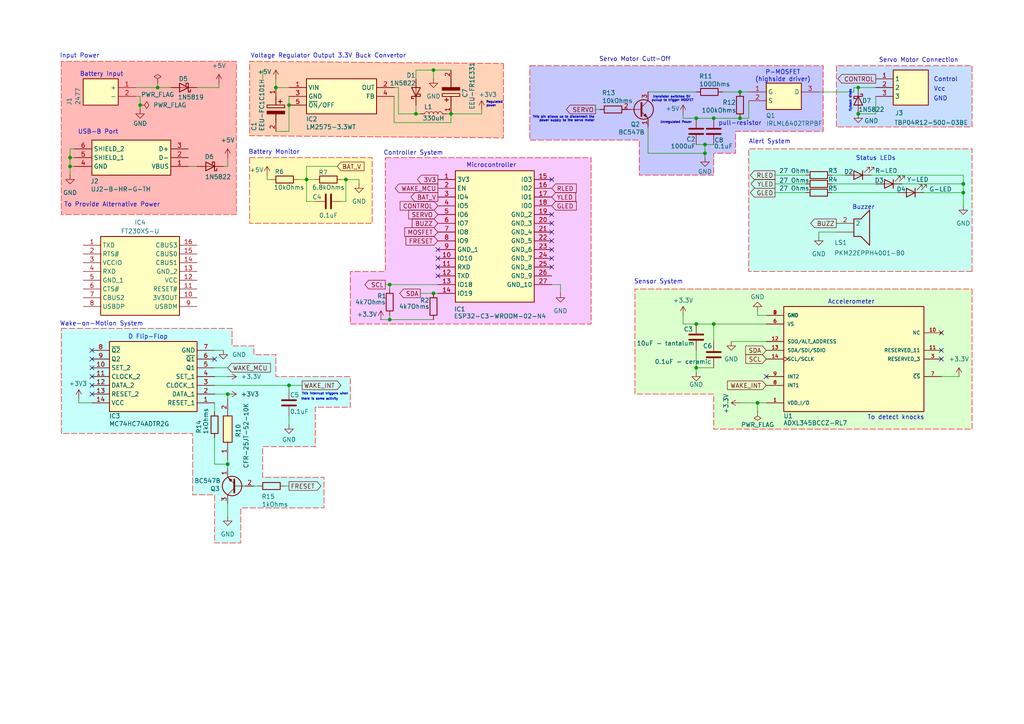
<source format=kicad_sch>
(kicad_sch
	(version 20250114)
	(generator "eeschema")
	(generator_version "9.0")
	(uuid "0bb14822-3a1a-451e-a409-a267c8c1fc8c")
	(paper "A4")
	(title_block
		(title "KnockLockSchematic")
		(date "2025-10-29")
		(rev "1.4")
		(company "HSRW")
		(comment 1 "Group 04")
	)
	
	(text "D Flip-Flop\n"
		(exclude_from_sim no)
		(at 42.926 97.79 0)
		(effects
			(font
				(size 1.27 1.27)
			)
		)
		(uuid "1b1d6d0b-ad7e-4b57-95b4-96fdbffef5be")
	)
	(text "Voltage Regulator Output 3.3V Buck Convertor\n"
		(exclude_from_sim no)
		(at 72.644 16.256 0)
		(effects
			(font
				(size 1.27 1.27)
			)
			(justify left)
		)
		(uuid "2518258f-ec47-4635-9731-4294b5fb9d18")
	)
	(text "there is some activity"
		(exclude_from_sim no)
		(at 92.71 115.824 0)
		(effects
			(font
				(size 0.635 0.635)
			)
		)
		(uuid "2cb57b44-6035-4b8f-8234-8cd307d6074a")
	)
	(text "Vcc\n"
		(exclude_from_sim no)
		(at 272.542 25.908 0)
		(effects
			(font
				(size 1.27 1.27)
			)
		)
		(uuid "2f35faaa-140c-4e8d-b215-94b43955d76f")
	)
	(text "Battery Input"
		(exclude_from_sim no)
		(at 29.464 21.59 0)
		(effects
			(font
				(size 1.27 1.27)
			)
		)
		(uuid "3b8b779c-1c9c-40e2-a8af-536a3ad77cd6")
	)
	(text "P-MOSFET\n(highside driver)\n"
		(exclude_from_sim no)
		(at 227.076 22.098 0)
		(effects
			(font
				(size 1.27 1.27)
			)
		)
		(uuid "3c2946ab-01db-4da3-b373-9e8a32240377")
	)
	(text "This interrupt triggers when"
		(exclude_from_sim no)
		(at 94.234 114.3 0)
		(effects
			(font
				(size 0.635 0.635)
			)
		)
		(uuid "42fb5bb9-6b41-412e-9583-09f0409b0dc4")
	)
	(text "Controller System\n\n"
		(exclude_from_sim no)
		(at 119.888 45.466 0)
		(effects
			(font
				(size 1.27 1.27)
			)
		)
		(uuid "47a75268-931b-4614-9e57-87da63d14e3b")
	)
	(text "To detect knocks"
		(exclude_from_sim no)
		(at 259.842 121.158 0)
		(effects
			(font
				(size 1.27 1.27)
			)
		)
		(uuid "4956bc1c-7e34-49d0-ab7c-cbdade5f336f")
	)
	(text "Control\n"
		(exclude_from_sim no)
		(at 274.32 23.114 0)
		(effects
			(font
				(size 1.27 1.27)
			)
		)
		(uuid "4c8227c7-d68a-4d32-b156-71de94d5eb5c")
	)
	(text "flyback diode"
		(exclude_from_sim no)
		(at 246.634 29.21 90)
		(effects
			(font
				(size 0.635 0.635)
			)
		)
		(uuid "508fe67a-4f6c-4027-93b7-8c034fe964c8")
	)
	(text "Wake-on-Motion System"
		(exclude_from_sim no)
		(at 29.464 93.98 0)
		(effects
			(font
				(size 1.27 1.27)
			)
		)
		(uuid "692e11d5-e85d-4a13-b48a-033b3a61ff6a")
	)
	(text "Unregulated Power"
		(exclude_from_sim no)
		(at 196.088 35.56 0)
		(effects
			(font
				(size 0.635 0.635)
			)
		)
		(uuid "7e62c99c-1061-4081-9d01-08be28a53e17")
	)
	(text "Servo Motor Cutt-Off\n"
		(exclude_from_sim no)
		(at 184.15 17.272 0)
		(effects
			(font
				(size 1.27 1.27)
			)
		)
		(uuid "855f90d5-202f-4ee8-9a53-f5a16071ab7b")
	)
	(text "Regulated \npower"
		(exclude_from_sim no)
		(at 140.97 30.226 0)
		(effects
			(font
				(size 0.635 0.635)
			)
			(justify left)
		)
		(uuid "8e5a9943-6ae4-4f1f-af1f-0a2993ca82ee")
	)
	(text "Sensor System"
		(exclude_from_sim no)
		(at 191.008 81.788 0)
		(effects
			(font
				(size 1.27 1.27)
			)
		)
		(uuid "970382a3-8d5d-4fd6-961d-d2bc39b260c6")
	)
	(text "GND\n"
		(exclude_from_sim no)
		(at 272.796 28.702 0)
		(effects
			(font
				(size 1.27 1.27)
			)
		)
		(uuid "9f38b39d-2a5b-419e-908c-43b3e890c08d")
	)
	(text "Buzzer\n"
		(exclude_from_sim no)
		(at 250.444 60.198 0)
		(effects
			(font
				(size 1.27 1.27)
			)
		)
		(uuid "a39a902e-8615-4e84-9581-d349ef7655ba")
	)
	(text "transistor switches 5V \npullup to trigger MOSFET"
		(exclude_from_sim no)
		(at 195.072 28.702 0)
		(effects
			(font
				(size 0.635 0.635)
			)
		)
		(uuid "a43abb77-ae37-4269-9e08-7336c87aa31a")
	)
	(text "Alert System"
		(exclude_from_sim no)
		(at 223.266 41.148 0)
		(effects
			(font
				(size 1.27 1.27)
			)
		)
		(uuid "a64bffcd-76c2-4104-bc42-5f87edfeb236")
	)
	(text "Servo Motor Connection\n"
		(exclude_from_sim no)
		(at 266.446 17.526 0)
		(effects
			(font
				(size 1.27 1.27)
			)
		)
		(uuid "b0c4f1cb-2d3c-4981-9906-640961395870")
	)
	(text "This pin allows us to disconnect the\npower supply to the servo motor"
		(exclude_from_sim no)
		(at 172.466 34.544 0)
		(effects
			(font
				(size 0.635 0.635)
			)
			(justify right)
		)
		(uuid "bac693c1-0c92-4fc8-b9f6-575eac510243")
	)
	(text "Input Power"
		(exclude_from_sim no)
		(at 23.114 16.256 0)
		(effects
			(font
				(size 1.27 1.27)
			)
		)
		(uuid "cac8903e-ade0-4da7-9d3a-cc0e6681dd03")
	)
	(text "Microcontroller"
		(exclude_from_sim no)
		(at 142.494 48.006 0)
		(effects
			(font
				(size 1.27 1.27)
			)
		)
		(uuid "d93a7ac9-5130-4833-b56a-5313a3b30937")
	)
	(text "Accelerometer"
		(exclude_from_sim no)
		(at 246.888 87.63 0)
		(effects
			(font
				(size 1.27 1.27)
			)
		)
		(uuid "db576aa9-2874-4ac3-a2cf-8c568b9db29c")
	)
	(text "Battery Monitor"
		(exclude_from_sim no)
		(at 79.502 44.196 0)
		(effects
			(font
				(size 1.27 1.27)
			)
		)
		(uuid "e0cf221b-16df-43a9-804a-05ed850ae828")
	)
	(text "Status LEDs"
		(exclude_from_sim no)
		(at 254 45.974 0)
		(effects
			(font
				(size 1.27 1.27)
			)
		)
		(uuid "e632fac2-f4e4-4ef6-a34c-71f1bdb3ed58")
	)
	(text "To Provide Alternative Power"
		(exclude_from_sim no)
		(at 32.512 59.436 0)
		(effects
			(font
				(size 1.27 1.27)
			)
		)
		(uuid "ef267a3f-df0e-4ce1-9f75-864e0f90624d")
	)
	(text "USB-B Port"
		(exclude_from_sim no)
		(at 28.448 38.354 0)
		(effects
			(font
				(size 1.27 1.27)
			)
		)
		(uuid "f16c4163-7d51-4cb6-91de-9dd0b0852c2c")
	)
	(text "pull-resistor"
		(exclude_from_sim no)
		(at 214.63 35.814 0)
		(effects
			(font
				(size 1.27 1.27)
			)
		)
		(uuid "fb7662f4-f7dd-47db-8165-faeadc7bf40b")
	)
	(junction
		(at 279.4 53.34)
		(diameter 0)
		(color 0 0 0 0)
		(uuid "02b9aedf-c91e-4330-a3bf-eba3ba140e96")
	)
	(junction
		(at 207.01 93.98)
		(diameter 0)
		(color 0 0 0 0)
		(uuid "1594f4aa-1e3a-401f-97ba-0273707919d7")
	)
	(junction
		(at 20.32 48.26)
		(diameter 0)
		(color 0 0 0 0)
		(uuid "2b52c40e-8431-441a-b5c3-df36b144ad8d")
	)
	(junction
		(at 207.01 34.29)
		(diameter 0)
		(color 0 0 0 0)
		(uuid "2efbc496-e660-433c-9e0a-e28d618f4d65")
	)
	(junction
		(at 83.82 111.76)
		(diameter 0)
		(color 0 0 0 0)
		(uuid "3c313e86-1541-4d0a-afdf-d6f140036088")
	)
	(junction
		(at 219.71 116.84)
		(diameter 0)
		(color 0 0 0 0)
		(uuid "3e189ab3-f1f3-41aa-b8df-8cd744bcce01")
	)
	(junction
		(at 83.82 30.48)
		(diameter 0)
		(color 0 0 0 0)
		(uuid "3f61493d-fc0f-4f6c-a663-0acb6322a5ec")
	)
	(junction
		(at 113.03 82.55)
		(diameter 0)
		(color 0 0 0 0)
		(uuid "4d503c51-005f-4110-b540-1f6c34410aed")
	)
	(junction
		(at 40.64 30.48)
		(diameter 0)
		(color 0 0 0 0)
		(uuid "4e899847-9823-408c-8162-9990707c7816")
	)
	(junction
		(at 113.03 92.71)
		(diameter 0)
		(color 0 0 0 0)
		(uuid "53645e65-1bfe-4975-8d0a-b4b33b9ee62e")
	)
	(junction
		(at 248.92 33.02)
		(diameter 0)
		(color 0 0 0 0)
		(uuid "5bd5098e-ada2-4889-9475-76ad13f42ec4")
	)
	(junction
		(at 201.93 106.68)
		(diameter 0)
		(color 0 0 0 0)
		(uuid "684709ba-a714-4903-aeec-55fb0dd6a6bd")
	)
	(junction
		(at 80.01 25.4)
		(diameter 0)
		(color 0 0 0 0)
		(uuid "6887fd66-2dd2-453f-bf4e-fd524b5eeeda")
	)
	(junction
		(at 100.33 52.07)
		(diameter 0)
		(color 0 0 0 0)
		(uuid "6ad37660-64d6-4a47-95ac-8618541a369c")
	)
	(junction
		(at 279.4 55.88)
		(diameter 0)
		(color 0 0 0 0)
		(uuid "6d330b16-3f39-4d6f-9a2a-37fa133a81dc")
	)
	(junction
		(at 20.32 45.72)
		(diameter 0)
		(color 0 0 0 0)
		(uuid "78de4a0b-fb8f-47f0-86c7-3f79d4066114")
	)
	(junction
		(at 66.04 134.62)
		(diameter 0)
		(color 0 0 0 0)
		(uuid "7e335b0c-be23-471e-b086-fe5b291d9ce1")
	)
	(junction
		(at 88.9 52.07)
		(diameter 0)
		(color 0 0 0 0)
		(uuid "83356d02-773c-4011-aac0-b60b66f6c8ec")
	)
	(junction
		(at 125.73 20.32)
		(diameter 0)
		(color 0 0 0 0)
		(uuid "885d72d4-7f77-46f9-a868-beafa6ad4388")
	)
	(junction
		(at 45.72 25.4)
		(diameter 0)
		(color 0 0 0 0)
		(uuid "8b232c09-344b-41ae-a7f9-33d61d18690a")
	)
	(junction
		(at 201.93 34.29)
		(diameter 0)
		(color 0 0 0 0)
		(uuid "8e5e9ce8-5797-4b20-b6eb-8f42671a1855")
	)
	(junction
		(at 130.81 33.02)
		(diameter 0)
		(color 0 0 0 0)
		(uuid "a17a8e7e-10c3-4fca-98b1-1928d50b1d25")
	)
	(junction
		(at 214.63 26.67)
		(diameter 0)
		(color 0 0 0 0)
		(uuid "aa002f6b-358b-4c29-bb42-526728b9497b")
	)
	(junction
		(at 204.47 44.45)
		(diameter 0)
		(color 0 0 0 0)
		(uuid "b3893c45-4b42-490b-961f-129e1e3f6e4c")
	)
	(junction
		(at 201.93 93.98)
		(diameter 0)
		(color 0 0 0 0)
		(uuid "b55206f6-ce55-4cff-ac2c-a30027964d03")
	)
	(junction
		(at 120.65 33.02)
		(diameter 0)
		(color 0 0 0 0)
		(uuid "c5e2a999-b348-4abf-ab89-a8a7c7bfdff6")
	)
	(junction
		(at 248.92 25.4)
		(diameter 0)
		(color 0 0 0 0)
		(uuid "d2d15078-4a94-4e0f-a127-01ebe065098d")
	)
	(junction
		(at 204.47 41.91)
		(diameter 0)
		(color 0 0 0 0)
		(uuid "e00d48fd-9fbf-4605-bab4-6c78507fd8be")
	)
	(junction
		(at 125.73 85.09)
		(diameter 0)
		(color 0 0 0 0)
		(uuid "effc8311-5f5a-4a22-a86e-85556b58be46")
	)
	(junction
		(at 66.04 114.3)
		(diameter 0)
		(color 0 0 0 0)
		(uuid "fd906663-f691-4ae7-b6b8-e8b68663d268")
	)
	(junction
		(at 214.63 34.29)
		(diameter 0)
		(color 0 0 0 0)
		(uuid "ffca37a4-73cd-40be-b1dd-81d1dd09766d")
	)
	(no_connect
		(at 127 80.01)
		(uuid "03b1dd6b-023b-44fc-b6c5-c7c41c44afd8")
	)
	(no_connect
		(at 127 77.47)
		(uuid "06f15711-5731-4992-b21a-a540c2b980f6")
	)
	(no_connect
		(at 26.67 109.22)
		(uuid "14d24dd9-d8b5-4f92-b429-0af5b5053663")
	)
	(no_connect
		(at 160.02 62.23)
		(uuid "23b51a14-36d7-491c-a43d-6ab7812f7128")
	)
	(no_connect
		(at 160.02 74.93)
		(uuid "4b62443b-5237-4ed5-a4ee-880dff41448f")
	)
	(no_connect
		(at 273.05 101.6)
		(uuid "51778857-46a3-4836-ad5e-deb05fab18b6")
	)
	(no_connect
		(at 127 72.39)
		(uuid "6b2fe6a5-9657-4333-ab3d-92281d81a2f8")
	)
	(no_connect
		(at 160.02 67.31)
		(uuid "710ea64f-5aad-4a87-92cd-72dec7c9b3c2")
	)
	(no_connect
		(at 127 74.93)
		(uuid "7b53a81b-66a1-4422-b825-c9c03a9eb0be")
	)
	(no_connect
		(at 160.02 52.07)
		(uuid "818f3d8c-47e5-4f49-a9e2-c1e098715350")
	)
	(no_connect
		(at 160.02 77.47)
		(uuid "90766da0-f9d0-4358-9123-01b63b531181")
	)
	(no_connect
		(at 273.05 96.52)
		(uuid "9aee14a5-642e-40fe-8c72-15f6b1616465")
	)
	(no_connect
		(at 160.02 69.85)
		(uuid "9dfb31ef-e162-4792-9be4-51dfd47a9fff")
	)
	(no_connect
		(at 26.67 101.6)
		(uuid "ab1f9d7c-eaa1-49bb-8522-76e7d03331a6")
	)
	(no_connect
		(at 160.02 64.77)
		(uuid "af52f5b8-a510-49d5-aa58-efb5f4d85242")
	)
	(no_connect
		(at 160.02 72.39)
		(uuid "b9f0c0bc-8b02-4ee1-924f-e49ec088ca30")
	)
	(no_connect
		(at 26.67 106.68)
		(uuid "badddc88-374a-4c2f-9dac-4cf9257f7cc2")
	)
	(no_connect
		(at 26.67 111.76)
		(uuid "c2ab3e68-93d3-46fb-8e8a-c452a4dfeef5")
	)
	(no_connect
		(at 222.25 109.22)
		(uuid "d2e91da7-af06-49e0-8826-c3584ccf01e4")
	)
	(no_connect
		(at 273.05 104.14)
		(uuid "dbf98a0b-7b37-416d-870a-ffcff07f6e35")
	)
	(no_connect
		(at 26.67 114.3)
		(uuid "f037823d-f27f-4683-b924-c46970cdc5b3")
	)
	(no_connect
		(at 26.67 104.14)
		(uuid "fa89569d-9770-4a70-aacf-b0f37b0f11eb")
	)
	(no_connect
		(at 62.23 104.14)
		(uuid "fceb218f-8e99-4f1a-8d04-9a2e48e7414e")
	)
	(wire
		(pts
			(xy 198.12 33.02) (xy 198.12 34.29)
		)
		(stroke
			(width 0)
			(type default)
		)
		(uuid "02a0b19d-dafb-4fb8-93ad-607a1c969773")
	)
	(wire
		(pts
			(xy 63.5 25.4) (xy 63.5 24.13)
		)
		(stroke
			(width 0)
			(type default)
		)
		(uuid "0345ff30-4b84-4e99-a90f-bbb4d7c76cde")
	)
	(wire
		(pts
			(xy 125.73 85.09) (xy 127 85.09)
		)
		(stroke
			(width 0)
			(type default)
		)
		(uuid "04a9454e-01e7-474b-bcf8-e74d8b5f78b1")
	)
	(wire
		(pts
			(xy 241.3 50.8) (xy 245.11 50.8)
		)
		(stroke
			(width 0)
			(type default)
		)
		(uuid "04eedfe2-43b9-434c-a425-1738cac498b8")
	)
	(wire
		(pts
			(xy 247.65 25.4) (xy 247.65 26.67)
		)
		(stroke
			(width 0)
			(type default)
		)
		(uuid "04f00b07-0dae-4cba-8612-d3ea304cc0a2")
	)
	(wire
		(pts
			(xy 187.96 36.83) (xy 187.96 44.45)
		)
		(stroke
			(width 0)
			(type default)
		)
		(uuid "050e6e14-2bb5-47f1-9b06-d0d16be0c416")
	)
	(wire
		(pts
			(xy 40.64 27.94) (xy 40.64 30.48)
		)
		(stroke
			(width 0)
			(type default)
		)
		(uuid "0909ec93-4066-4d82-b588-2e6579e14513")
	)
	(wire
		(pts
			(xy 66.04 135.89) (xy 66.04 134.62)
		)
		(stroke
			(width 0)
			(type default)
		)
		(uuid "0a10f5dc-e5ab-4307-af5e-8a129f8b6d0d")
	)
	(wire
		(pts
			(xy 22.86 116.84) (xy 22.86 115.57)
		)
		(stroke
			(width 0)
			(type default)
		)
		(uuid "0cb55550-9d8f-471b-91e7-fbef08dff7d2")
	)
	(wire
		(pts
			(xy 214.63 26.67) (xy 217.17 26.67)
		)
		(stroke
			(width 0)
			(type default)
		)
		(uuid "0f598a29-d0fb-4120-b4dc-6bbacbfea37a")
	)
	(wire
		(pts
			(xy 62.23 106.68) (xy 66.04 106.68)
		)
		(stroke
			(width 0)
			(type default)
		)
		(uuid "1057d929-5689-4bc1-9efd-58b25cbf383e")
	)
	(wire
		(pts
			(xy 39.37 25.4) (xy 45.72 25.4)
		)
		(stroke
			(width 0)
			(type default)
		)
		(uuid "10703b67-d405-4187-b539-3b012c7acdde")
	)
	(wire
		(pts
			(xy 204.47 45.72) (xy 204.47 44.45)
		)
		(stroke
			(width 0)
			(type default)
		)
		(uuid "143161cf-0d90-4e9b-9988-7bb7fcb251c0")
	)
	(wire
		(pts
			(xy 62.23 134.62) (xy 62.23 127)
		)
		(stroke
			(width 0)
			(type default)
		)
		(uuid "146436ed-a88c-45ad-ad3a-09f16f7e3464")
	)
	(wire
		(pts
			(xy 80.01 38.1) (xy 83.82 38.1)
		)
		(stroke
			(width 0)
			(type default)
		)
		(uuid "1499d0b9-e451-4809-b5e5-ddc557906445")
	)
	(wire
		(pts
			(xy 180.34 31.75) (xy 181.61 31.75)
		)
		(stroke
			(width 0)
			(type default)
		)
		(uuid "15970311-f94e-495d-b52e-bc418e0fba05")
	)
	(wire
		(pts
			(xy 99.06 58.42) (xy 100.33 58.42)
		)
		(stroke
			(width 0)
			(type default)
		)
		(uuid "161827a5-5cb2-4447-83c0-7e2d37799c9b")
	)
	(wire
		(pts
			(xy 120.65 20.32) (xy 125.73 20.32)
		)
		(stroke
			(width 0)
			(type default)
		)
		(uuid "189885ba-fd25-4e16-8834-08aca68cd922")
	)
	(wire
		(pts
			(xy 57.15 25.4) (xy 63.5 25.4)
		)
		(stroke
			(width 0)
			(type default)
		)
		(uuid "189d9d2f-5b5d-41df-9eab-475571938d5a")
	)
	(wire
		(pts
			(xy 64.77 48.26) (xy 66.04 48.26)
		)
		(stroke
			(width 0)
			(type default)
		)
		(uuid "1ff74a49-3a71-4d89-b927-bb7dada8f628")
	)
	(wire
		(pts
			(xy 111.76 82.55) (xy 113.03 82.55)
		)
		(stroke
			(width 0)
			(type default)
		)
		(uuid "202e4eb7-d90a-4f21-972d-3b71781a5285")
	)
	(wire
		(pts
			(xy 207.01 106.68) (xy 201.93 106.68)
		)
		(stroke
			(width 0)
			(type default)
		)
		(uuid "218446f0-0488-45d0-b001-6c202ffc67ab")
	)
	(wire
		(pts
			(xy 73.66 140.97) (xy 74.93 140.97)
		)
		(stroke
			(width 0)
			(type default)
		)
		(uuid "222c5e90-d888-467a-94bd-62381f7fc53f")
	)
	(wire
		(pts
			(xy 83.82 123.19) (xy 83.82 120.65)
		)
		(stroke
			(width 0)
			(type default)
		)
		(uuid "22b99976-6c91-47a7-abd6-c8cbc3f2e86b")
	)
	(wire
		(pts
			(xy 21.59 43.18) (xy 20.32 43.18)
		)
		(stroke
			(width 0)
			(type default)
		)
		(uuid "22ba65bb-7511-4f13-9d8d-ba571cee6c39")
	)
	(wire
		(pts
			(xy 115.57 25.4) (xy 115.57 33.02)
		)
		(stroke
			(width 0)
			(type default)
		)
		(uuid "255409b9-f771-4425-8db6-53c6b88c63ca")
	)
	(wire
		(pts
			(xy 76.2 20.32) (xy 76.2 22.86)
		)
		(stroke
			(width 0)
			(type default)
		)
		(uuid "259ddbc5-7bca-416e-a558-f8a744d0c9c0")
	)
	(wire
		(pts
			(xy 113.03 91.44) (xy 113.03 92.71)
		)
		(stroke
			(width 0)
			(type default)
		)
		(uuid "2ac0a695-bbca-41f3-9086-c829377ffd5d")
	)
	(wire
		(pts
			(xy 66.04 133.35) (xy 66.04 134.62)
		)
		(stroke
			(width 0)
			(type default)
		)
		(uuid "2b7c116f-2679-4f4c-9147-e1dd3ddf3531")
	)
	(wire
		(pts
			(xy 66.04 134.62) (xy 62.23 134.62)
		)
		(stroke
			(width 0)
			(type default)
		)
		(uuid "2d21700f-292f-49bc-8a91-e39639e9bc34")
	)
	(wire
		(pts
			(xy 121.92 85.09) (xy 125.73 85.09)
		)
		(stroke
			(width 0)
			(type default)
		)
		(uuid "2fa266c6-d817-453d-9585-7e90d5238f22")
	)
	(wire
		(pts
			(xy 254 33.02) (xy 248.92 33.02)
		)
		(stroke
			(width 0)
			(type default)
		)
		(uuid "3094c35a-5ab3-433b-99a4-fad8bae03503")
	)
	(wire
		(pts
			(xy 172.72 31.75) (xy 173.99 31.75)
		)
		(stroke
			(width 0)
			(type default)
		)
		(uuid "319b8ba3-924f-47fd-b432-035f75e0c511")
	)
	(wire
		(pts
			(xy 77.47 50.8) (xy 77.47 52.07)
		)
		(stroke
			(width 0)
			(type default)
		)
		(uuid "322ef5b8-a7a5-47b5-af21-f291b5ea16aa")
	)
	(wire
		(pts
			(xy 66.04 45.72) (xy 66.04 48.26)
		)
		(stroke
			(width 0)
			(type default)
		)
		(uuid "337c9df3-2d92-46c9-9b42-63b2026d93ab")
	)
	(wire
		(pts
			(xy 20.32 45.72) (xy 20.32 48.26)
		)
		(stroke
			(width 0)
			(type default)
		)
		(uuid "36952cf6-5268-4faf-86ea-ce551abe4ceb")
	)
	(wire
		(pts
			(xy 214.63 34.29) (xy 217.17 34.29)
		)
		(stroke
			(width 0)
			(type default)
		)
		(uuid "39066b7a-d50c-4c4e-b272-7a30da085048")
	)
	(wire
		(pts
			(xy 130.81 33.02) (xy 130.81 35.56)
		)
		(stroke
			(width 0)
			(type default)
		)
		(uuid "39fab9f1-4dc5-436a-b3d6-495a835f12a0")
	)
	(wire
		(pts
			(xy 198.12 91.44) (xy 198.12 93.98)
		)
		(stroke
			(width 0)
			(type default)
		)
		(uuid "3a15f736-2be0-4974-b504-0ef2333edf34")
	)
	(wire
		(pts
			(xy 273.05 109.22) (xy 278.13 109.22)
		)
		(stroke
			(width 0)
			(type default)
		)
		(uuid "3adc1099-cc6f-4fbb-aad5-5cad15cffb50")
	)
	(wire
		(pts
			(xy 83.82 111.76) (xy 83.82 113.03)
		)
		(stroke
			(width 0)
			(type default)
		)
		(uuid "3f2f4b8e-b755-4380-9002-d7689d9ede18")
	)
	(wire
		(pts
			(xy 201.93 107.95) (xy 201.93 106.68)
		)
		(stroke
			(width 0)
			(type default)
		)
		(uuid "4160e5e6-cafb-45d6-befb-90d3ba9f4d95")
	)
	(wire
		(pts
			(xy 114.3 35.56) (xy 130.81 35.56)
		)
		(stroke
			(width 0)
			(type default)
		)
		(uuid "42138061-52e7-45e2-9b08-230c0ad2e4b6")
	)
	(wire
		(pts
			(xy 201.93 34.29) (xy 207.01 34.29)
		)
		(stroke
			(width 0)
			(type default)
		)
		(uuid "42ca785b-c5fb-446b-a983-aa1e0f850470")
	)
	(wire
		(pts
			(xy 139.7 33.02) (xy 139.7 31.75)
		)
		(stroke
			(width 0)
			(type default)
		)
		(uuid "42f19009-9e21-4ad4-aede-dba9b184869e")
	)
	(wire
		(pts
			(xy 113.03 83.82) (xy 113.03 82.55)
		)
		(stroke
			(width 0)
			(type default)
		)
		(uuid "44f5228b-f475-4d43-bf41-37f1aaa219d5")
	)
	(wire
		(pts
			(xy 20.32 45.72) (xy 21.59 45.72)
		)
		(stroke
			(width 0)
			(type default)
		)
		(uuid "461bfc08-b207-46a9-895b-faf5d4853393")
	)
	(wire
		(pts
			(xy 187.96 44.45) (xy 204.47 44.45)
		)
		(stroke
			(width 0)
			(type default)
		)
		(uuid "46ca8fcf-ee51-47de-8cd5-c6354a0d04b7")
	)
	(wire
		(pts
			(xy 267.97 55.88) (xy 279.4 55.88)
		)
		(stroke
			(width 0)
			(type default)
		)
		(uuid "46e35a2c-4b99-43b9-b02a-9740abbe739f")
	)
	(wire
		(pts
			(xy 201.93 93.98) (xy 207.01 93.98)
		)
		(stroke
			(width 0)
			(type default)
		)
		(uuid "4b4021c3-ac00-4e88-ae3f-36dac736573f")
	)
	(wire
		(pts
			(xy 219.71 90.17) (xy 219.71 91.44)
		)
		(stroke
			(width 0)
			(type default)
		)
		(uuid "4d8c409e-3410-4aad-8107-46b179e7c6fb")
	)
	(wire
		(pts
			(xy 162.56 82.55) (xy 162.56 85.09)
		)
		(stroke
			(width 0)
			(type default)
		)
		(uuid "4e29810a-d055-4b9a-9cad-533894ecfced")
	)
	(wire
		(pts
			(xy 198.12 34.29) (xy 201.93 34.29)
		)
		(stroke
			(width 0)
			(type default)
		)
		(uuid "4f08b178-4ca6-4901-8a12-59bef406c4b1")
	)
	(wire
		(pts
			(xy 99.06 52.07) (xy 100.33 52.07)
		)
		(stroke
			(width 0)
			(type default)
		)
		(uuid "51154b31-e14f-4803-a022-9169760de1ce")
	)
	(wire
		(pts
			(xy 125.73 20.32) (xy 125.73 22.86)
		)
		(stroke
			(width 0)
			(type default)
		)
		(uuid "5394092f-20a4-4fdd-9bf0-9b61b7e799da")
	)
	(wire
		(pts
			(xy 45.72 25.4) (xy 49.53 25.4)
		)
		(stroke
			(width 0)
			(type default)
		)
		(uuid "56bd28fc-56c3-4060-9111-e4af12c6be36")
	)
	(wire
		(pts
			(xy 130.81 33.02) (xy 139.7 33.02)
		)
		(stroke
			(width 0)
			(type default)
		)
		(uuid "56fb5141-38fe-4d37-b852-dadecdafb91e")
	)
	(wire
		(pts
			(xy 110.49 92.71) (xy 113.03 92.71)
		)
		(stroke
			(width 0)
			(type default)
		)
		(uuid "5f43cba0-fb8b-4288-a66e-3a89daef7904")
	)
	(wire
		(pts
			(xy 120.65 30.48) (xy 120.65 33.02)
		)
		(stroke
			(width 0)
			(type default)
		)
		(uuid "612b78f3-a0bc-4c71-b26f-bc59e5350410")
	)
	(wire
		(pts
			(xy 252.73 50.8) (xy 279.4 50.8)
		)
		(stroke
			(width 0)
			(type default)
		)
		(uuid "6252a8cd-6a1d-479c-bc75-b2412b0af64b")
	)
	(wire
		(pts
			(xy 97.79 48.26) (xy 88.9 48.26)
		)
		(stroke
			(width 0)
			(type default)
		)
		(uuid "66e7ace3-4b35-4df1-9715-f801f3262784")
	)
	(wire
		(pts
			(xy 207.01 99.06) (xy 207.01 93.98)
		)
		(stroke
			(width 0)
			(type default)
		)
		(uuid "67e01b0e-8ec6-418d-a48e-18a41669f6c0")
	)
	(wire
		(pts
			(xy 120.65 20.32) (xy 120.65 22.86)
		)
		(stroke
			(width 0)
			(type default)
		)
		(uuid "6b4b0166-d667-4958-b117-c89c8750a2b6")
	)
	(wire
		(pts
			(xy 62.23 116.84) (xy 62.23 119.38)
		)
		(stroke
			(width 0)
			(type default)
		)
		(uuid "6b71394e-143b-40b5-a5ae-d1d46e8e9755")
	)
	(wire
		(pts
			(xy 219.71 116.84) (xy 222.25 116.84)
		)
		(stroke
			(width 0)
			(type default)
		)
		(uuid "6b9ecaee-7f05-492d-80b4-dd7c13726439")
	)
	(wire
		(pts
			(xy 86.36 52.07) (xy 88.9 52.07)
		)
		(stroke
			(width 0)
			(type default)
		)
		(uuid "6f54d23c-4333-464f-ac44-6ac3ab071eec")
	)
	(wire
		(pts
			(xy 114.3 27.94) (xy 114.3 35.56)
		)
		(stroke
			(width 0)
			(type default)
		)
		(uuid "73d062b5-58d9-4a7a-b5be-a9f58e8f6c73")
	)
	(wire
		(pts
			(xy 21.59 48.26) (xy 20.32 48.26)
		)
		(stroke
			(width 0)
			(type default)
		)
		(uuid "752a41ba-da96-4ba6-b839-e8ed099df4c3")
	)
	(wire
		(pts
			(xy 66.04 109.22) (xy 62.23 109.22)
		)
		(stroke
			(width 0)
			(type default)
		)
		(uuid "77bec89a-9719-45c7-97aa-619dc64c0116")
	)
	(wire
		(pts
			(xy 115.57 33.02) (xy 120.65 33.02)
		)
		(stroke
			(width 0)
			(type default)
		)
		(uuid "795873e7-5550-4bf3-923a-8fb784da7aed")
	)
	(wire
		(pts
			(xy 222.25 91.44) (xy 219.71 91.44)
		)
		(stroke
			(width 0)
			(type default)
		)
		(uuid "7a707489-a0aa-45fc-b102-8a2408fde9e0")
	)
	(wire
		(pts
			(xy 80.01 22.86) (xy 80.01 25.4)
		)
		(stroke
			(width 0)
			(type default)
		)
		(uuid "7b0cb5db-bfd6-4a8c-a3a2-c09ac5cebab8")
	)
	(wire
		(pts
			(xy 224.79 55.88) (xy 233.68 55.88)
		)
		(stroke
			(width 0)
			(type default)
		)
		(uuid "7c4a7d30-f06e-4e0b-a53e-6e5af2dca4df")
	)
	(wire
		(pts
			(xy 125.73 20.32) (xy 130.81 20.32)
		)
		(stroke
			(width 0)
			(type default)
		)
		(uuid "7da022bd-f55f-47b8-bc2b-bce9ad4144f6")
	)
	(wire
		(pts
			(xy 26.67 116.84) (xy 22.86 116.84)
		)
		(stroke
			(width 0)
			(type default)
		)
		(uuid "805d3dd7-c4b1-48a0-97fb-e5f73429c98c")
	)
	(wire
		(pts
			(xy 279.4 59.69) (xy 279.4 55.88)
		)
		(stroke
			(width 0)
			(type default)
		)
		(uuid "8094832c-8510-460a-89bb-2040985f4dd2")
	)
	(wire
		(pts
			(xy 113.03 92.71) (xy 125.73 92.71)
		)
		(stroke
			(width 0)
			(type default)
		)
		(uuid "811baba2-5e10-484e-931d-6577da680cd0")
	)
	(wire
		(pts
			(xy 247.65 26.67) (xy 237.49 26.67)
		)
		(stroke
			(width 0)
			(type default)
		)
		(uuid "899c3641-cfa9-498c-af07-500fa27e69f4")
	)
	(wire
		(pts
			(xy 83.82 38.1) (xy 83.82 30.48)
		)
		(stroke
			(width 0)
			(type default)
		)
		(uuid "8a838661-1094-4b3d-bf90-e744f58c3ae5")
	)
	(wire
		(pts
			(xy 45.72 24.13) (xy 45.72 25.4)
		)
		(stroke
			(width 0)
			(type default)
		)
		(uuid "8c7001e6-77da-417f-b019-f78a957cc056")
	)
	(wire
		(pts
			(xy 214.63 116.84) (xy 219.71 116.84)
		)
		(stroke
			(width 0)
			(type default)
		)
		(uuid "8d9e7cae-9ae1-42ce-ae9d-6989c59ac337")
	)
	(wire
		(pts
			(xy 66.04 114.3) (xy 66.04 115.57)
		)
		(stroke
			(width 0)
			(type default)
		)
		(uuid "95c66d84-4750-4f33-a7ff-6e04735fa711")
	)
	(wire
		(pts
			(xy 82.55 140.97) (xy 83.82 140.97)
		)
		(stroke
			(width 0)
			(type default)
		)
		(uuid "966f854d-f61b-40eb-8549-eaae7c4f8bbe")
	)
	(wire
		(pts
			(xy 62.23 114.3) (xy 66.04 114.3)
		)
		(stroke
			(width 0)
			(type default)
		)
		(uuid "9b1d5fa1-25aa-4547-b8f1-c4d2dbb81f44")
	)
	(wire
		(pts
			(xy 62.23 111.76) (xy 83.82 111.76)
		)
		(stroke
			(width 0)
			(type default)
		)
		(uuid "9c81bf36-8abe-4130-8a9b-f35c8f685b52")
	)
	(wire
		(pts
			(xy 121.92 33.02) (xy 120.65 33.02)
		)
		(stroke
			(width 0)
			(type default)
		)
		(uuid "9f404ca7-0459-4ea8-ac86-7d4ab56baa5d")
	)
	(wire
		(pts
			(xy 198.12 93.98) (xy 201.93 93.98)
		)
		(stroke
			(width 0)
			(type default)
		)
		(uuid "a30c62e0-df41-4c28-9500-5e76972a4461")
	)
	(wire
		(pts
			(xy 88.9 48.26) (xy 88.9 52.07)
		)
		(stroke
			(width 0)
			(type default)
		)
		(uuid "a3637818-3daa-4698-8bc3-3d3c752e797f")
	)
	(wire
		(pts
			(xy 88.9 58.42) (xy 88.9 52.07)
		)
		(stroke
			(width 0)
			(type default)
		)
		(uuid "a3f5f283-ffc7-46d9-b496-683ed39c64e7")
	)
	(wire
		(pts
			(xy 209.55 26.67) (xy 214.63 26.67)
		)
		(stroke
			(width 0)
			(type default)
		)
		(uuid "a5a5fc1e-974e-45bb-b44a-4fb016341f00")
	)
	(wire
		(pts
			(xy 83.82 27.94) (xy 83.82 30.48)
		)
		(stroke
			(width 0)
			(type default)
		)
		(uuid "a694b31c-febe-45a5-94a1-bd64217f2ef7")
	)
	(wire
		(pts
			(xy 88.9 52.07) (xy 91.44 52.07)
		)
		(stroke
			(width 0)
			(type default)
		)
		(uuid "a69feaac-8dca-47cf-9d2c-8afeb86e1dc9")
	)
	(wire
		(pts
			(xy 104.14 52.07) (xy 104.14 53.34)
		)
		(stroke
			(width 0)
			(type default)
		)
		(uuid "a6c511ae-cc9c-4613-a426-c75cb7e23fde")
	)
	(wire
		(pts
			(xy 261.62 53.34) (xy 279.4 53.34)
		)
		(stroke
			(width 0)
			(type default)
		)
		(uuid "a72992ca-bb6e-44b5-b678-8db49c688772")
	)
	(wire
		(pts
			(xy 113.03 82.55) (xy 127 82.55)
		)
		(stroke
			(width 0)
			(type default)
		)
		(uuid "a9746c78-03ca-46ca-82e2-d2accd66bc13")
	)
	(wire
		(pts
			(xy 20.32 43.18) (xy 20.32 45.72)
		)
		(stroke
			(width 0)
			(type default)
		)
		(uuid "ab846316-a2f0-419d-8828-15088ab35474")
	)
	(wire
		(pts
			(xy 187.96 26.67) (xy 201.93 26.67)
		)
		(stroke
			(width 0)
			(type default)
		)
		(uuid "b05d616e-b796-4ab6-a2fb-9cc004446fad")
	)
	(wire
		(pts
			(xy 217.17 34.29) (xy 217.17 29.21)
		)
		(stroke
			(width 0)
			(type default)
		)
		(uuid "b44f183d-6fc9-4a75-9d37-51edfaf23b9e")
	)
	(wire
		(pts
			(xy 207.01 34.29) (xy 214.63 34.29)
		)
		(stroke
			(width 0)
			(type default)
		)
		(uuid "b50a551d-89f9-4c50-b397-86104624aba9")
	)
	(wire
		(pts
			(xy 224.79 50.8) (xy 233.68 50.8)
		)
		(stroke
			(width 0)
			(type default)
		)
		(uuid "b559115f-753b-4906-a247-036373b211f7")
	)
	(wire
		(pts
			(xy 91.44 58.42) (xy 88.9 58.42)
		)
		(stroke
			(width 0)
			(type default)
		)
		(uuid "b56cfa18-6557-428d-af76-1812a32fd03a")
	)
	(wire
		(pts
			(xy 204.47 41.91) (xy 207.01 41.91)
		)
		(stroke
			(width 0)
			(type default)
		)
		(uuid "bb3c6082-4663-465c-8b8c-d05bbe4cd0d4")
	)
	(wire
		(pts
			(xy 279.4 53.34) (xy 279.4 55.88)
		)
		(stroke
			(width 0)
			(type default)
		)
		(uuid "bc509333-10bd-4bc4-a67a-5c98f886dd32")
	)
	(wire
		(pts
			(xy 100.33 52.07) (xy 104.14 52.07)
		)
		(stroke
			(width 0)
			(type default)
		)
		(uuid "c190327a-6b6f-4ddc-ae8e-64a0c4ac97be")
	)
	(wire
		(pts
			(xy 242.57 67.31) (xy 237.49 67.31)
		)
		(stroke
			(width 0)
			(type default)
		)
		(uuid "c23088fd-76be-440f-b41f-c69264862db7")
	)
	(wire
		(pts
			(xy 207.01 93.98) (xy 222.25 93.98)
		)
		(stroke
			(width 0)
			(type default)
		)
		(uuid "c665e788-e03e-41b4-9335-05cc28f9e6d3")
	)
	(wire
		(pts
			(xy 100.33 58.42) (xy 100.33 52.07)
		)
		(stroke
			(width 0)
			(type default)
		)
		(uuid "c963315c-f910-43bb-81fc-d8f576dfe746")
	)
	(wire
		(pts
			(xy 160.02 82.55) (xy 162.56 82.55)
		)
		(stroke
			(width 0)
			(type default)
		)
		(uuid "cb0096ed-76e1-466d-be71-ceffbe01392a")
	)
	(wire
		(pts
			(xy 204.47 44.45) (xy 204.47 41.91)
		)
		(stroke
			(width 0)
			(type default)
		)
		(uuid "d03f2195-502c-426a-abbf-c2b0a6c28207")
	)
	(wire
		(pts
			(xy 130.81 33.02) (xy 129.54 33.02)
		)
		(stroke
			(width 0)
			(type default)
		)
		(uuid "d0c1f21d-8095-4969-a8a7-4ddc2286c2a4")
	)
	(wire
		(pts
			(xy 212.09 99.06) (xy 222.25 99.06)
		)
		(stroke
			(width 0)
			(type default)
		)
		(uuid "d0f1bd0d-a47c-4701-94ef-9b2bdc4e6673")
	)
	(wire
		(pts
			(xy 247.65 25.4) (xy 248.92 25.4)
		)
		(stroke
			(width 0)
			(type default)
		)
		(uuid "d261dd8e-8b4d-40b9-b277-dc89d0fb26f7")
	)
	(wire
		(pts
			(xy 254 27.94) (xy 254 33.02)
		)
		(stroke
			(width 0)
			(type default)
		)
		(uuid "d29d4a4f-3bf3-4980-89f9-b419c7c5b640")
	)
	(wire
		(pts
			(xy 40.64 27.94) (xy 39.37 27.94)
		)
		(stroke
			(width 0)
			(type default)
		)
		(uuid "d3c8608c-c7fa-4aca-8f52-121717b79088")
	)
	(wire
		(pts
			(xy 241.3 53.34) (xy 254 53.34)
		)
		(stroke
			(width 0)
			(type default)
		)
		(uuid "d64aaa4c-f0c5-4aef-a6ca-7ffba8e9a84d")
	)
	(wire
		(pts
			(xy 237.49 67.31) (xy 237.49 68.58)
		)
		(stroke
			(width 0)
			(type default)
		)
		(uuid "d8d31249-1b23-4e93-8a3f-07b85aa5d582")
	)
	(wire
		(pts
			(xy 80.01 25.4) (xy 83.82 25.4)
		)
		(stroke
			(width 0)
			(type default)
		)
		(uuid "de37fbdc-3bd0-47ee-bc7e-bef878170e21")
	)
	(wire
		(pts
			(xy 40.64 31.75) (xy 40.64 30.48)
		)
		(stroke
			(width 0)
			(type default)
		)
		(uuid "e0788b26-b724-4e2f-9439-1b879d72a4cf")
	)
	(wire
		(pts
			(xy 64.77 101.6) (xy 62.23 101.6)
		)
		(stroke
			(width 0)
			(type default)
		)
		(uuid "e0b50aaf-3e5d-4c0f-8b0b-49a9953dd406")
	)
	(wire
		(pts
			(xy 201.93 101.6) (xy 201.93 106.68)
		)
		(stroke
			(width 0)
			(type default)
		)
		(uuid "e1dc7d26-8d0f-4f9c-9c9c-18748d2b7d8a")
	)
	(wire
		(pts
			(xy 54.61 48.26) (xy 57.15 48.26)
		)
		(stroke
			(width 0)
			(type default)
		)
		(uuid "e33b1d88-7ac6-4f48-b602-f1c9695b440a")
	)
	(wire
		(pts
			(xy 114.3 25.4) (xy 115.57 25.4)
		)
		(stroke
			(width 0)
			(type default)
		)
		(uuid "e3737366-a52f-4025-ba0d-4740231ca0d2")
	)
	(wire
		(pts
			(xy 66.04 146.05) (xy 66.04 149.86)
		)
		(stroke
			(width 0)
			(type default)
		)
		(uuid "e98c83b4-a833-4d55-9458-fa989184c87a")
	)
	(wire
		(pts
			(xy 224.79 53.34) (xy 233.68 53.34)
		)
		(stroke
			(width 0)
			(type default)
		)
		(uuid "ea7e0357-ac6d-404e-bd13-1257f0f49edc")
	)
	(wire
		(pts
			(xy 83.82 111.76) (xy 87.63 111.76)
		)
		(stroke
			(width 0)
			(type default)
		)
		(uuid "eab4b68d-ddf9-4ea8-a88d-def35d10ed33")
	)
	(wire
		(pts
			(xy 219.71 116.84) (xy 219.71 119.38)
		)
		(stroke
			(width 0)
			(type default)
		)
		(uuid "ebcf0ee6-72d1-4c37-a0bb-0ecf02d3ea5a")
	)
	(wire
		(pts
			(xy 248.92 25.4) (xy 254 25.4)
		)
		(stroke
			(width 0)
			(type default)
		)
		(uuid "ecf6f406-50fc-4fef-b96f-229b9a8b5a8e")
	)
	(wire
		(pts
			(xy 77.47 52.07) (xy 78.74 52.07)
		)
		(stroke
			(width 0)
			(type default)
		)
		(uuid "f02b9425-9866-4b9a-bbac-5b47ab7b1ff1")
	)
	(wire
		(pts
			(xy 201.93 41.91) (xy 204.47 41.91)
		)
		(stroke
			(width 0)
			(type default)
		)
		(uuid "f1047dc1-6cdd-4265-b5f2-27a90dbc92fc")
	)
	(wire
		(pts
			(xy 279.4 50.8) (xy 279.4 53.34)
		)
		(stroke
			(width 0)
			(type default)
		)
		(uuid "f225032d-e5b9-4d5a-b965-6e6fbdbddbde")
	)
	(wire
		(pts
			(xy 20.32 48.26) (xy 20.32 50.8)
		)
		(stroke
			(width 0)
			(type default)
		)
		(uuid "f7f08f21-db5a-482d-bb60-59ff74c906c1")
	)
	(wire
		(pts
			(xy 241.3 55.88) (xy 260.35 55.88)
		)
		(stroke
			(width 0)
			(type default)
		)
		(uuid "fbbb5bdb-34ca-4322-a10e-0bb0fa77147a")
	)
	(global_label "RLED"
		(shape input)
		(at 160.02 54.61 0)
		(fields_autoplaced yes)
		(effects
			(font
				(size 1.27 1.27)
			)
			(justify left)
		)
		(uuid "00aea57d-e397-47da-bcbe-cf1501250d67")
		(property "Intersheetrefs" "${INTERSHEET_REFS}"
			(at 167.7223 54.61 0)
			(effects
				(font
					(size 1.27 1.27)
				)
				(justify left)
				(hide yes)
			)
		)
	)
	(global_label "WAKE_MCU"
		(shape input)
		(at 66.04 106.68 0)
		(fields_autoplaced yes)
		(effects
			(font
				(size 1.27 1.27)
			)
			(justify left)
		)
		(uuid "05966d9e-efc4-44cb-9063-ebdeaf376ad9")
		(property "Intersheetrefs" "${INTERSHEET_REFS}"
			(at 79.0037 106.68 0)
			(effects
				(font
					(size 1.27 1.27)
				)
				(justify left)
				(hide yes)
			)
		)
	)
	(global_label "SERVO"
		(shape output)
		(at 172.72 31.75 180)
		(fields_autoplaced yes)
		(effects
			(font
				(size 1.27 1.27)
			)
			(justify right)
		)
		(uuid "1376dde2-a7f6-447c-b1b6-b89cb9d9460a")
		(property "Intersheetrefs" "${INTERSHEET_REFS}"
			(at 163.6872 31.75 0)
			(effects
				(font
					(size 1.27 1.27)
				)
				(justify right)
				(hide yes)
			)
		)
	)
	(global_label "BAT_V"
		(shape output)
		(at 127 57.15 180)
		(fields_autoplaced yes)
		(effects
			(font
				(size 1.27 1.27)
			)
			(justify right)
		)
		(uuid "14c3658d-b3e9-48cb-ba90-127bb7a6298a")
		(property "Intersheetrefs" "${INTERSHEET_REFS}"
			(at 118.6324 57.15 0)
			(effects
				(font
					(size 1.27 1.27)
				)
				(justify right)
				(hide yes)
			)
		)
	)
	(global_label "SCL"
		(shape input)
		(at 222.25 104.14 180)
		(fields_autoplaced yes)
		(effects
			(font
				(size 1.27 1.27)
			)
			(justify right)
		)
		(uuid "1939520c-17ee-4f99-9d0f-e5ed3b029161")
		(property "Intersheetrefs" "${INTERSHEET_REFS}"
			(at 215.7572 104.14 0)
			(effects
				(font
					(size 1.27 1.27)
				)
				(justify right)
				(hide yes)
			)
		)
	)
	(global_label "WAKE_INT"
		(shape input)
		(at 222.25 111.76 180)
		(fields_autoplaced yes)
		(effects
			(font
				(size 1.27 1.27)
			)
			(justify right)
		)
		(uuid "20ab9aa6-80c3-4425-8340-d16bf4b9f359")
		(property "Intersheetrefs" "${INTERSHEET_REFS}"
			(at 210.4353 111.76 0)
			(effects
				(font
					(size 1.27 1.27)
				)
				(justify right)
				(hide yes)
			)
		)
	)
	(global_label "SERVO"
		(shape input)
		(at 127 62.23 180)
		(fields_autoplaced yes)
		(effects
			(font
				(size 1.27 1.27)
			)
			(justify right)
		)
		(uuid "29c37bac-81ee-47c6-9e2d-f9aaecbd9a43")
		(property "Intersheetrefs" "${INTERSHEET_REFS}"
			(at 117.9672 62.23 0)
			(effects
				(font
					(size 1.27 1.27)
				)
				(justify right)
				(hide yes)
			)
		)
	)
	(global_label "CONTROL"
		(shape input)
		(at 127 59.69 180)
		(fields_autoplaced yes)
		(effects
			(font
				(size 1.27 1.27)
			)
			(justify right)
		)
		(uuid "349eb7e8-5e70-4c8a-b421-7b9c8c457b1c")
		(property "Intersheetrefs" "${INTERSHEET_REFS}"
			(at 115.4876 59.69 0)
			(effects
				(font
					(size 1.27 1.27)
				)
				(justify right)
				(hide yes)
			)
		)
	)
	(global_label "YLED"
		(shape input)
		(at 160.02 57.15 0)
		(fields_autoplaced yes)
		(effects
			(font
				(size 1.27 1.27)
			)
			(justify left)
		)
		(uuid "395975b8-7d0a-49e5-a331-f90d55c93b04")
		(property "Intersheetrefs" "${INTERSHEET_REFS}"
			(at 167.5409 57.15 0)
			(effects
				(font
					(size 1.27 1.27)
				)
				(justify left)
				(hide yes)
			)
		)
	)
	(global_label "RLED"
		(shape output)
		(at 224.79 50.8 180)
		(fields_autoplaced yes)
		(effects
			(font
				(size 1.27 1.27)
			)
			(justify right)
		)
		(uuid "44b0ea0b-c236-4500-9874-70672838697f")
		(property "Intersheetrefs" "${INTERSHEET_REFS}"
			(at 217.0877 50.8 0)
			(effects
				(font
					(size 1.27 1.27)
				)
				(justify right)
				(hide yes)
			)
		)
	)
	(global_label "WAKE_INT"
		(shape output)
		(at 87.63 111.76 0)
		(fields_autoplaced yes)
		(effects
			(font
				(size 1.27 1.27)
			)
			(justify left)
		)
		(uuid "5f680490-fd47-4cfc-9f5c-a96bc4691fdc")
		(property "Intersheetrefs" "${INTERSHEET_REFS}"
			(at 99.4447 111.76 0)
			(effects
				(font
					(size 1.27 1.27)
				)
				(justify left)
				(hide yes)
			)
		)
	)
	(global_label "SDA"
		(shape output)
		(at 121.92 85.09 180)
		(fields_autoplaced yes)
		(effects
			(font
				(size 1.27 1.27)
			)
			(justify right)
		)
		(uuid "67ef4876-ce63-4285-b08c-75de53ed46d4")
		(property "Intersheetrefs" "${INTERSHEET_REFS}"
			(at 115.3667 85.09 0)
			(effects
				(font
					(size 1.27 1.27)
				)
				(justify right)
				(hide yes)
			)
		)
	)
	(global_label "YLED"
		(shape output)
		(at 224.79 53.34 180)
		(fields_autoplaced yes)
		(effects
			(font
				(size 1.27 1.27)
			)
			(justify right)
		)
		(uuid "7d6baa44-7441-4b04-939b-37f1b3bed43a")
		(property "Intersheetrefs" "${INTERSHEET_REFS}"
			(at 217.2691 53.34 0)
			(effects
				(font
					(size 1.27 1.27)
				)
				(justify right)
				(hide yes)
			)
		)
	)
	(global_label "FRESET"
		(shape input)
		(at 127 69.85 180)
		(fields_autoplaced yes)
		(effects
			(font
				(size 1.27 1.27)
			)
			(justify right)
		)
		(uuid "93ae6ce5-e2a5-40f1-9c5a-c6a9d1c88cf7")
		(property "Intersheetrefs" "${INTERSHEET_REFS}"
			(at 117.1811 69.85 0)
			(effects
				(font
					(size 1.27 1.27)
				)
				(justify right)
				(hide yes)
			)
		)
	)
	(global_label "3V3"
		(shape output)
		(at 127 52.07 180)
		(fields_autoplaced yes)
		(effects
			(font
				(size 1.27 1.27)
			)
			(justify right)
		)
		(uuid "a74d553d-8499-46ea-bf94-f51d79d91239")
		(property "Intersheetrefs" "${INTERSHEET_REFS}"
			(at 120.5072 52.07 0)
			(effects
				(font
					(size 1.27 1.27)
				)
				(justify right)
				(hide yes)
			)
		)
	)
	(global_label "SDA"
		(shape input)
		(at 222.25 101.6 180)
		(fields_autoplaced yes)
		(effects
			(font
				(size 1.27 1.27)
			)
			(justify right)
		)
		(uuid "b1607bb2-9549-4972-b4db-5c6696265ec0")
		(property "Intersheetrefs" "${INTERSHEET_REFS}"
			(at 215.6967 101.6 0)
			(effects
				(font
					(size 1.27 1.27)
				)
				(justify right)
				(hide yes)
			)
		)
	)
	(global_label "GLED"
		(shape input)
		(at 160.02 59.69 0)
		(fields_autoplaced yes)
		(effects
			(font
				(size 1.27 1.27)
			)
			(justify left)
		)
		(uuid "bd87a113-3b4d-4550-aa9c-a48327a2fb00")
		(property "Intersheetrefs" "${INTERSHEET_REFS}"
			(at 167.7223 59.69 0)
			(effects
				(font
					(size 1.27 1.27)
				)
				(justify left)
				(hide yes)
			)
		)
	)
	(global_label "BUZZ"
		(shape output)
		(at 242.57 64.77 180)
		(fields_autoplaced yes)
		(effects
			(font
				(size 1.27 1.27)
			)
			(justify right)
		)
		(uuid "bf21a03f-6d7d-4781-852d-ed335dd100b9")
		(property "Intersheetrefs" "${INTERSHEET_REFS}"
			(at 234.5653 64.77 0)
			(effects
				(font
					(size 1.27 1.27)
				)
				(justify right)
				(hide yes)
			)
		)
	)
	(global_label "GLED"
		(shape output)
		(at 224.79 55.88 180)
		(fields_autoplaced yes)
		(effects
			(font
				(size 1.27 1.27)
			)
			(justify right)
		)
		(uuid "c8342721-d545-4e55-aeaf-c304e607ce03")
		(property "Intersheetrefs" "${INTERSHEET_REFS}"
			(at 217.0877 55.88 0)
			(effects
				(font
					(size 1.27 1.27)
				)
				(justify right)
				(hide yes)
			)
		)
	)
	(global_label "BAT_V"
		(shape input)
		(at 97.79 48.26 0)
		(fields_autoplaced yes)
		(effects
			(font
				(size 1.27 1.27)
			)
			(justify left)
		)
		(uuid "cf8ed6cf-b136-4201-89d9-f4fafed5d591")
		(property "Intersheetrefs" "${INTERSHEET_REFS}"
			(at 106.1576 48.26 0)
			(effects
				(font
					(size 1.27 1.27)
				)
				(justify left)
				(hide yes)
			)
		)
	)
	(global_label "MOSFET"
		(shape input)
		(at 127 67.31 180)
		(fields_autoplaced yes)
		(effects
			(font
				(size 1.27 1.27)
			)
			(justify right)
		)
		(uuid "eeb95f8f-5e17-4d8f-b9a9-7ea9702ca8d8")
		(property "Intersheetrefs" "${INTERSHEET_REFS}"
			(at 116.8182 67.31 0)
			(effects
				(font
					(size 1.27 1.27)
				)
				(justify right)
				(hide yes)
			)
		)
	)
	(global_label "FRESET"
		(shape output)
		(at 83.82 140.97 0)
		(fields_autoplaced yes)
		(effects
			(font
				(size 1.27 1.27)
			)
			(justify left)
		)
		(uuid "f263d698-dade-482c-9542-965f81457f1d")
		(property "Intersheetrefs" "${INTERSHEET_REFS}"
			(at 93.6389 140.97 0)
			(effects
				(font
					(size 1.27 1.27)
				)
				(justify left)
				(hide yes)
			)
		)
	)
	(global_label "WAKE_MCU"
		(shape output)
		(at 127 54.61 180)
		(fields_autoplaced yes)
		(effects
			(font
				(size 1.27 1.27)
			)
			(justify right)
		)
		(uuid "f4952cd9-4082-4601-8093-4c351a6a4196")
		(property "Intersheetrefs" "${INTERSHEET_REFS}"
			(at 114.0363 54.61 0)
			(effects
				(font
					(size 1.27 1.27)
				)
				(justify right)
				(hide yes)
			)
		)
	)
	(global_label "SCL"
		(shape output)
		(at 111.76 82.55 180)
		(fields_autoplaced yes)
		(effects
			(font
				(size 1.27 1.27)
			)
			(justify right)
		)
		(uuid "f5cc6da4-ce1b-4da7-9529-9626c00a6bf1")
		(property "Intersheetrefs" "${INTERSHEET_REFS}"
			(at 105.2672 82.55 0)
			(effects
				(font
					(size 1.27 1.27)
				)
				(justify right)
				(hide yes)
			)
		)
	)
	(global_label "CONTROL"
		(shape output)
		(at 254 22.86 180)
		(fields_autoplaced yes)
		(effects
			(font
				(size 1.27 1.27)
			)
			(justify right)
		)
		(uuid "f8a9cc79-7a04-497f-94e3-ab220eba515c")
		(property "Intersheetrefs" "${INTERSHEET_REFS}"
			(at 242.4876 22.86 0)
			(effects
				(font
					(size 1.27 1.27)
				)
				(justify right)
				(hide yes)
			)
		)
	)
	(global_label "BUZZ"
		(shape input)
		(at 127 64.77 180)
		(fields_autoplaced yes)
		(effects
			(font
				(size 1.27 1.27)
			)
			(justify right)
		)
		(uuid "fd90bd23-1bd8-48ea-9076-66b67a98a71e")
		(property "Intersheetrefs" "${INTERSHEET_REFS}"
			(at 118.9953 64.77 0)
			(effects
				(font
					(size 1.27 1.27)
				)
				(justify right)
				(hide yes)
			)
		)
	)
	(rule_area
		(polyline
			(pts
				(xy 17.78 17.78) (xy 17.78 62.23) (xy 68.58 62.23) (xy 68.58 17.78)
			)
			(stroke
				(width 0)
				(type dash)
				(color 255 29 29 1)
			)
			(fill
				(type color)
				(color 255 23 12 0.3)
			)
			(uuid 039f744c-b57d-4965-b597-427bfbb5eece)
		)
	)
	(rule_area
		(polyline
			(pts
				(xy 242.57 19.05) (xy 242.57 36.83) (xy 281.94 36.83) (xy 281.94 19.05)
			)
			(stroke
				(width 0)
				(type dash)
			)
			(fill
				(type color)
				(color 74 147 255 0.3019607843)
			)
			(uuid 0b7fb3ec-dc44-4eda-bad2-8cc046d8467e)
		)
	)
	(rule_area
		(polyline
			(pts
				(xy 153.67 19.05) (xy 238.76 19.05) (xy 238.76 38.1) (xy 213.36 38.1) (xy 213.36 44.45) (xy 207.01 44.45)
				(xy 207.01 50.8) (xy 185.42 50.8) (xy 185.42 40.64) (xy 153.67 40.64)
			)
			(stroke
				(width 0)
				(type dash)
			)
			(fill
				(type color)
				(color 60 67 255 0.3)
			)
			(uuid 2bfcc01a-45b0-4638-bda8-3b18a8340016)
		)
	)
	(rule_area
		(polyline
			(pts
				(xy 281.94 83.82) (xy 281.94 124.46) (xy 207.01 124.46) (xy 207.01 114.3) (xy 184.15 114.3) (xy 184.15 83.82)
			)
			(stroke
				(width 0)
				(type dash)
			)
			(fill
				(type color)
				(color 138 255 90 0.3)
			)
			(uuid 36af7b08-1ce5-4c8d-895f-512b21ff026b)
		)
	)
	(rule_area
		(polyline
			(pts
				(xy 72.39 45.72) (xy 107.95 45.72) (xy 107.95 64.77) (xy 72.39 64.77)
			)
			(stroke
				(width 0)
				(type dash)
			)
			(fill
				(type color)
				(color 255 240 18 0.3)
			)
			(uuid 4d578099-51a5-4593-97bd-e1cadd235f28)
		)
	)
	(rule_area
		(polyline
			(pts
				(xy 17.78 95.25) (xy 67.31 95.25) (xy 67.31 100.33) (xy 73.66 100.33) (xy 73.66 102.87) (xy 80.01 102.87)
				(xy 80.01 109.22) (xy 101.6 109.22) (xy 101.6 118.11) (xy 91.44 118.11) (xy 91.44 129.54) (xy 76.2 129.54)
				(xy 76.2 138.43) (xy 93.98 138.43) (xy 93.98 147.32) (xy 69.85 147.32) (xy 69.85 157.48) (xy 62.23 157.48)
				(xy 62.23 143.51) (xy 55.88 143.51) (xy 55.88 125.73) (xy 17.78 125.73)
			)
			(stroke
				(width 0)
				(type dash)
			)
			(fill
				(type color)
				(color 69 255 238 0.3)
			)
			(uuid 5fdea452-02d5-4a4a-b538-f46bcdc7bed3)
		)
	)
	(rule_area
		(polyline
			(pts
				(xy 281.94 78.74) (xy 217.17 78.74) (xy 217.17 43.18) (xy 281.94 43.18)
			)
			(stroke
				(width 0)
				(type dash)
			)
			(fill
				(type color)
				(color 66 255 212 0.3)
			)
			(uuid d35f7457-3839-446e-9d76-cf3e432a9903)
		)
	)
	(rule_area
		(polyline
			(pts
				(xy 146.05 18.415) (xy 146.05 40.005) (xy 72.39 39.37) (xy 72.39 17.78)
			)
			(stroke
				(width 0)
				(type dash)
			)
			(fill
				(type color)
				(color 255 109 17 0.3)
			)
			(uuid d96bbb7e-c0b7-4cca-a6a8-ecc76ac74a68)
		)
	)
	(rule_area
		(polyline
			(pts
				(xy 111.76 45.72) (xy 171.45 45.72) (xy 171.45 93.98) (xy 101.6 93.98) (xy 101.6 78.74) (xy 111.76 78.74)
			)
			(stroke
				(width 0)
				(type dash)
			)
			(fill
				(type color)
				(color 227 78 255 0.3)
			)
			(uuid fdb63e24-1f74-49e7-be74-36eb2af72cc4)
		)
	)
	(symbol
		(lib_id "power:GND")
		(at 279.4 59.69 0)
		(unit 1)
		(exclude_from_sim no)
		(in_bom yes)
		(on_board yes)
		(dnp no)
		(fields_autoplaced yes)
		(uuid "004a0792-4ad5-48fc-a289-a1efacd6d27d")
		(property "Reference" "#PWR024"
			(at 279.4 66.04 0)
			(effects
				(font
					(size 1.27 1.27)
				)
				(hide yes)
			)
		)
		(property "Value" "GND"
			(at 279.4 64.77 0)
			(effects
				(font
					(size 1.27 1.27)
				)
			)
		)
		(property "Footprint" ""
			(at 279.4 59.69 0)
			(effects
				(font
					(size 1.27 1.27)
				)
				(hide yes)
			)
		)
		(property "Datasheet" ""
			(at 279.4 59.69 0)
			(effects
				(font
					(size 1.27 1.27)
				)
				(hide yes)
			)
		)
		(property "Description" "Power symbol creates a global label with name \"GND\" , ground"
			(at 279.4 59.69 0)
			(effects
				(font
					(size 1.27 1.27)
				)
				(hide yes)
			)
		)
		(pin "1"
			(uuid "52b27253-9916-46e7-898d-f79464fdd3fe")
		)
		(instances
			(project ""
				(path "/0bb14822-3a1a-451e-a409-a267c8c1fc8c"
					(reference "#PWR024")
					(unit 1)
				)
			)
		)
	)
	(symbol
		(lib_id "SamacSys_Parts:EEU-FC1C101H")
		(at 80.01 25.4 270)
		(unit 1)
		(exclude_from_sim no)
		(in_bom yes)
		(on_board yes)
		(dnp no)
		(uuid "005d6ea5-fa10-4c73-a830-c08be539987f")
		(property "Reference" "C1"
			(at 73.66 35.306 0)
			(effects
				(font
					(size 1.27 1.27)
				)
				(justify left)
			)
		)
		(property "Value" "EEU-FC1C101H"
			(at 75.946 22.86 0)
			(effects
				(font
					(size 1.27 1.27)
				)
				(justify left)
			)
		)
		(property "Footprint" "SamacSys_Parts:CAPPRD250W55D630H1220"
			(at -16.18 34.29 0)
			(effects
				(font
					(size 1.27 1.27)
				)
				(justify left top)
				(hide yes)
			)
		)
		(property "Datasheet" "http://industrial.panasonic.com/cdbs/www-data/pdf/RDF0000/ABA0000C1209.pdf"
			(at -116.18 34.29 0)
			(effects
				(font
					(size 1.27 1.27)
				)
				(justify left top)
				(hide yes)
			)
		)
		(property "Description" "Aluminium Electrolytic Capacitor, Radial Lead, AEC-Q200, 105?C"
			(at 80.01 25.4 0)
			(effects
				(font
					(size 1.27 1.27)
				)
				(hide yes)
			)
		)
		(property "Height" "12.2"
			(at -316.18 34.29 0)
			(effects
				(font
					(size 1.27 1.27)
				)
				(justify left top)
				(hide yes)
			)
		)
		(property "Mouser Part Number" "667-EEU-FC1C101H"
			(at -416.18 34.29 0)
			(effects
				(font
					(size 1.27 1.27)
				)
				(justify left top)
				(hide yes)
			)
		)
		(property "Mouser Price/Stock" "https://www.mouser.co.uk/ProductDetail/Panasonic/EEU-FC1C101H?qs=%2FC1U95aQ15szP%252BXx0reJVg%3D%3D"
			(at -516.18 34.29 0)
			(effects
				(font
					(size 1.27 1.27)
				)
				(justify left top)
				(hide yes)
			)
		)
		(property "Manufacturer_Name" "Panasonic"
			(at -616.18 34.29 0)
			(effects
				(font
					(size 1.27 1.27)
				)
				(justify left top)
				(hide yes)
			)
		)
		(property "Manufacturer_Part_Number" "EEU-FC1C101H"
			(at -716.18 34.29 0)
			(effects
				(font
					(size 1.27 1.27)
				)
				(justify left top)
				(hide yes)
			)
		)
		(pin "2"
			(uuid "da761c7f-ca63-43ec-8705-10823514f218")
		)
		(pin "1"
			(uuid "b37f3fc0-8698-4dd9-ab36-921fb174507c")
		)
		(instances
			(project "KnockLock"
				(path "/0bb14822-3a1a-451e-a409-a267c8c1fc8c"
					(reference "C1")
					(unit 1)
				)
			)
		)
	)
	(symbol
		(lib_id "Device:C")
		(at 207.01 102.87 180)
		(unit 1)
		(exclude_from_sim no)
		(in_bom yes)
		(on_board yes)
		(dnp no)
		(uuid "00b55bc2-0d82-4c8e-a6e0-f8fed8c597d2")
		(property "Reference" "C6"
			(at 205.232 100.33 0)
			(effects
				(font
					(size 1.27 1.27)
				)
			)
		)
		(property "Value" "0.1uF - ceramic"
			(at 198.12 104.902 0)
			(effects
				(font
					(size 1.27 1.27)
				)
			)
		)
		(property "Footprint" ""
			(at 206.0448 99.06 0)
			(effects
				(font
					(size 1.27 1.27)
				)
				(hide yes)
			)
		)
		(property "Datasheet" "~"
			(at 207.01 102.87 0)
			(effects
				(font
					(size 1.27 1.27)
				)
				(hide yes)
			)
		)
		(property "Description" "Unpolarized capacitor"
			(at 207.01 102.87 0)
			(effects
				(font
					(size 1.27 1.27)
				)
				(hide yes)
			)
		)
		(pin "1"
			(uuid "f1435aaa-a0f9-492c-a6a8-89f6295b98c3")
		)
		(pin "2"
			(uuid "cb7526f1-38e9-47db-b6a3-da9f50004219")
		)
		(instances
			(project "KnockLock"
				(path "/0bb14822-3a1a-451e-a409-a267c8c1fc8c"
					(reference "C6")
					(unit 1)
				)
			)
		)
	)
	(symbol
		(lib_id "power:PWR_FLAG")
		(at 40.64 30.48 270)
		(unit 1)
		(exclude_from_sim no)
		(in_bom yes)
		(on_board yes)
		(dnp no)
		(uuid "02630202-8904-45fc-80e2-97886b14e339")
		(property "Reference" "#FLG05"
			(at 42.545 30.48 0)
			(effects
				(font
					(size 1.27 1.27)
				)
				(hide yes)
			)
		)
		(property "Value" "PWR_FLAG"
			(at 44.45 30.4799 90)
			(effects
				(font
					(size 1.27 1.27)
				)
				(justify left)
			)
		)
		(property "Footprint" ""
			(at 40.64 30.48 0)
			(effects
				(font
					(size 1.27 1.27)
				)
				(hide yes)
			)
		)
		(property "Datasheet" "~"
			(at 40.64 30.48 0)
			(effects
				(font
					(size 1.27 1.27)
				)
				(hide yes)
			)
		)
		(property "Description" "Special symbol for telling ERC where power comes from"
			(at 40.64 30.48 0)
			(effects
				(font
					(size 1.27 1.27)
				)
				(hide yes)
			)
		)
		(pin "1"
			(uuid "2f07bb24-8d4e-4bc1-97d1-47d0dbd94490")
		)
		(instances
			(project "KnockLock"
				(path "/0bb14822-3a1a-451e-a409-a267c8c1fc8c"
					(reference "#FLG05")
					(unit 1)
				)
			)
		)
	)
	(symbol
		(lib_id "power:+3.3V")
		(at 198.12 91.44 0)
		(unit 1)
		(exclude_from_sim no)
		(in_bom yes)
		(on_board yes)
		(dnp no)
		(uuid "03dad398-9058-494c-ab24-efde6da1ddb5")
		(property "Reference" "#PWR026"
			(at 198.12 95.25 0)
			(effects
				(font
					(size 1.27 1.27)
				)
				(hide yes)
			)
		)
		(property "Value" "+3.3V"
			(at 198.12 87.122 0)
			(effects
				(font
					(size 1.27 1.27)
				)
			)
		)
		(property "Footprint" ""
			(at 198.12 91.44 0)
			(effects
				(font
					(size 1.27 1.27)
				)
				(hide yes)
			)
		)
		(property "Datasheet" ""
			(at 198.12 91.44 0)
			(effects
				(font
					(size 1.27 1.27)
				)
				(hide yes)
			)
		)
		(property "Description" "Power symbol creates a global label with name \"+3.3V\""
			(at 198.12 91.44 0)
			(effects
				(font
					(size 1.27 1.27)
				)
				(hide yes)
			)
		)
		(pin "1"
			(uuid "4507843b-f970-40db-80ca-4032623aeaa7")
		)
		(instances
			(project ""
				(path "/0bb14822-3a1a-451e-a409-a267c8c1fc8c"
					(reference "#PWR026")
					(unit 1)
				)
			)
		)
	)
	(symbol
		(lib_id "SamacSys_Parts:CFR-25JT-52-10K")
		(at 66.04 133.35 90)
		(unit 1)
		(exclude_from_sim no)
		(in_bom yes)
		(on_board yes)
		(dnp no)
		(uuid "05af40a0-b27d-426c-9f7e-9830d9187656")
		(property "Reference" "R10"
			(at 69.088 122.936 0)
			(effects
				(font
					(size 1.27 1.27)
				)
				(justify right)
			)
		)
		(property "Value" "CFR-25JT-52-10K"
			(at 71.374 116.84 0)
			(effects
				(font
					(size 1.27 1.27)
				)
				(justify right)
			)
		)
		(property "Footprint" "SamacSys_Parts:RESAD1590W60L630D240"
			(at 162.23 119.38 0)
			(effects
				(font
					(size 1.27 1.27)
				)
				(justify left top)
				(hide yes)
			)
		)
		(property "Datasheet" "https://www.yageo.com/upload/media/product/productsearch/datasheet/lr/YAGEO%20CFR_datasheet_2021v0.pdf"
			(at 262.23 119.38 0)
			(effects
				(font
					(size 1.27 1.27)
				)
				(justify left top)
				(hide yes)
			)
		)
		(property "Description" "Carbon Film Resistors - Through Hole 10 kOhms 250 mW 5% -350/ +500 PPM / C"
			(at 66.04 133.35 0)
			(effects
				(font
					(size 1.27 1.27)
				)
				(hide yes)
			)
		)
		(property "Height" ""
			(at 462.23 119.38 0)
			(effects
				(font
					(size 1.27 1.27)
				)
				(justify left top)
				(hide yes)
			)
		)
		(property "Mouser Part Number" "603-CFR-25JT-52-10K"
			(at 562.23 119.38 0)
			(effects
				(font
					(size 1.27 1.27)
				)
				(justify left top)
				(hide yes)
			)
		)
		(property "Mouser Price/Stock" "https://www.mouser.co.uk/ProductDetail/YAGEO/CFR-25JT-52-10K?qs=sxZXDnvRBEh6BTlAYl6hWg%3D%3D"
			(at 662.23 119.38 0)
			(effects
				(font
					(size 1.27 1.27)
				)
				(justify left top)
				(hide yes)
			)
		)
		(property "Manufacturer_Name" "YAGEO"
			(at 762.23 119.38 0)
			(effects
				(font
					(size 1.27 1.27)
				)
				(justify left top)
				(hide yes)
			)
		)
		(property "Manufacturer_Part_Number" "CFR-25JT-52-10K"
			(at 862.23 119.38 0)
			(effects
				(font
					(size 1.27 1.27)
				)
				(justify left top)
				(hide yes)
			)
		)
		(pin "1"
			(uuid "f7b8c56c-888b-47a4-9544-92ee83d0fddf")
		)
		(pin "2"
			(uuid "f8623e9b-f4ff-46b8-a494-eed4ac4196cd")
		)
		(instances
			(project "KnockLock"
				(path "/0bb14822-3a1a-451e-a409-a267c8c1fc8c"
					(reference "R10")
					(unit 1)
				)
			)
		)
	)
	(symbol
		(lib_id "Transistor_BJT:2N3904")
		(at 185.42 31.75 0)
		(unit 1)
		(exclude_from_sim no)
		(in_bom yes)
		(on_board yes)
		(dnp no)
		(uuid "083e2e42-3c73-4071-a5c3-c894fbf80c81")
		(property "Reference" "Q2"
			(at 182.88 36.068 0)
			(effects
				(font
					(size 1.27 1.27)
				)
				(justify left)
			)
		)
		(property "Value" "BC547B"
			(at 179.324 38.354 0)
			(effects
				(font
					(size 1.27 1.27)
				)
				(justify left)
			)
		)
		(property "Footprint" "Package_TO_SOT_THT:TO-92_HandSolder"
			(at 190.5 33.655 0)
			(effects
				(font
					(size 1.27 1.27)
					(italic yes)
				)
				(justify left)
				(hide yes)
			)
		)
		(property "Datasheet" "https://www.onsemi.com/pub/Collateral/2N3903-D.PDF"
			(at 185.42 31.75 0)
			(effects
				(font
					(size 1.27 1.27)
				)
				(justify left)
				(hide yes)
			)
		)
		(property "Description" "0.2A Ic, 40V Vce, Small Signal NPN Transistor, TO-92"
			(at 185.42 31.75 0)
			(effects
				(font
					(size 1.27 1.27)
				)
				(hide yes)
			)
		)
		(pin "2"
			(uuid "dfe9e849-1a86-4b62-bc43-196c754d2ca8")
		)
		(pin "1"
			(uuid "b0180e21-f529-4028-b739-564a8d0fa5a9")
		)
		(pin "3"
			(uuid "d1afcd65-1f5b-442c-bf98-2c3efde16174")
		)
		(instances
			(project ""
				(path "/0bb14822-3a1a-451e-a409-a267c8c1fc8c"
					(reference "Q2")
					(unit 1)
				)
			)
		)
	)
	(symbol
		(lib_id "Device:R")
		(at 237.49 55.88 90)
		(unit 1)
		(exclude_from_sim no)
		(in_bom yes)
		(on_board yes)
		(dnp no)
		(uuid "0b12fac3-2e5e-4ef6-a6de-a5bfbe9d4a5e")
		(property "Reference" "R5"
			(at 241.554 54.61 90)
			(effects
				(font
					(size 1.27 1.27)
				)
			)
		)
		(property "Value" "27 Ohms"
			(at 230.378 54.61 90)
			(effects
				(font
					(size 1.27 1.27)
				)
			)
		)
		(property "Footprint" "SamacSys_Parts:RESAD1590W60L630D240"
			(at 237.49 57.658 90)
			(effects
				(font
					(size 1.27 1.27)
				)
				(hide yes)
			)
		)
		(property "Datasheet" "~"
			(at 237.49 55.88 0)
			(effects
				(font
					(size 1.27 1.27)
				)
				(hide yes)
			)
		)
		(property "Description" "Resistor"
			(at 237.49 55.88 0)
			(effects
				(font
					(size 1.27 1.27)
				)
				(hide yes)
			)
		)
		(pin "2"
			(uuid "c806cfcb-3edf-45f0-8fd6-6c1938c2348c")
		)
		(pin "1"
			(uuid "bd6aee5c-ebf5-468f-b9b9-e19af4f50e2a")
		)
		(instances
			(project "KnockLock"
				(path "/0bb14822-3a1a-451e-a409-a267c8c1fc8c"
					(reference "R5")
					(unit 1)
				)
			)
		)
	)
	(symbol
		(lib_id "SamacSys_Parts:TBP04R12-500-03BE")
		(at 254 22.86 0)
		(unit 1)
		(exclude_from_sim no)
		(in_bom yes)
		(on_board yes)
		(dnp no)
		(uuid "0bc43b47-31f3-4ed2-a600-7c0dece0ab97")
		(property "Reference" "J3"
			(at 259.588 32.766 0)
			(effects
				(font
					(size 1.27 1.27)
				)
				(justify left)
			)
		)
		(property "Value" "TBP04R12-500-03BE"
			(at 259.334 35.56 0)
			(effects
				(font
					(size 1.27 1.27)
				)
				(justify left)
			)
		)
		(property "Footprint" "TBP04R1250003BE"
			(at 270.51 117.78 0)
			(effects
				(font
					(size 1.27 1.27)
				)
				(justify left top)
				(hide yes)
			)
		)
		(property "Datasheet" "https://www.sameskydevices.com/product/resource/tbp04r12-500.pdf"
			(at 270.51 217.78 0)
			(effects
				(font
					(size 1.27 1.27)
				)
				(justify left top)
				(hide yes)
			)
		)
		(property "Description" "3 Position Terminal Block Header, Male Pins, Shrouded (4 Side) 0.197\" (5.00mm) 90, Right Angle Through Hole"
			(at 254 22.86 0)
			(effects
				(font
					(size 1.27 1.27)
				)
				(hide yes)
			)
		)
		(property "Height" "8.8"
			(at 270.51 417.78 0)
			(effects
				(font
					(size 1.27 1.27)
				)
				(justify left top)
				(hide yes)
			)
		)
		(property "Mouser Part Number" "179-TBP04R12-50003BE"
			(at 270.51 517.78 0)
			(effects
				(font
					(size 1.27 1.27)
				)
				(justify left top)
				(hide yes)
			)
		)
		(property "Mouser Price/Stock" "https://www.mouser.co.uk/ProductDetail/CUI-Devices/TBP04R12-500-03BE?qs=TCDPyi3sCW0NaxY6tKwPhA%3D%3D"
			(at 270.51 617.78 0)
			(effects
				(font
					(size 1.27 1.27)
				)
				(justify left top)
				(hide yes)
			)
		)
		(property "Manufacturer_Name" "Same Sky"
			(at 270.51 717.78 0)
			(effects
				(font
					(size 1.27 1.27)
				)
				(justify left top)
				(hide yes)
			)
		)
		(property "Manufacturer_Part_Number" "TBP04R12-500-03BE"
			(at 270.51 817.78 0)
			(effects
				(font
					(size 1.27 1.27)
				)
				(justify left top)
				(hide yes)
			)
		)
		(pin "3"
			(uuid "abdc6736-db62-4ed1-9baa-3f5bfcecbe10")
		)
		(pin "1"
			(uuid "47d20dc1-6966-46bb-b359-0b1284e1a0cc")
		)
		(pin "2"
			(uuid "8e1e24cc-e307-4baf-afd1-e793601fc5db")
		)
		(instances
			(project ""
				(path "/0bb14822-3a1a-451e-a409-a267c8c1fc8c"
					(reference "J3")
					(unit 1)
				)
			)
		)
	)
	(symbol
		(lib_id "SamacSys_Parts:MC74HC74ADTR2G")
		(at 62.23 116.84 180)
		(unit 1)
		(exclude_from_sim no)
		(in_bom yes)
		(on_board yes)
		(dnp no)
		(uuid "12c09c80-70b4-4203-8de0-78a6a51aff84")
		(property "Reference" "IC3"
			(at 33.274 120.65 0)
			(effects
				(font
					(size 1.27 1.27)
				)
			)
		)
		(property "Value" "MC74HC74ADTR2G"
			(at 40.386 122.936 0)
			(effects
				(font
					(size 1.27 1.27)
				)
			)
		)
		(property "Footprint" "SamacSys_Parts:SOP65P640X120-14N"
			(at 30.48 21.92 0)
			(effects
				(font
					(size 1.27 1.27)
				)
				(justify left top)
				(hide yes)
			)
		)
		(property "Datasheet" "https://www.onsemi.com/pub/Collateral/MC74HC74A-D.PDF"
			(at 30.48 -78.08 0)
			(effects
				(font
					(size 1.27 1.27)
				)
				(justify left top)
				(hide yes)
			)
		)
		(property "Description" "Operating Voltage Range: 2.0 to 6.0 V; Output Drive Capability: 10 LSTTL Loads; In Compliance with the Requirements Defined by JEDEC Standard No. 7A; High Noise Immunity Characteristic of CMOS Devices; Chip Complexity: 128 FETs or 32 Equivalent Gates; Outputs Directly Interface to CMOS, NMOS, and TTL; Low Input Current: 1.0 mA; Pb-Free Packages are Available"
			(at 62.23 116.84 0)
			(effects
				(font
					(size 1.27 1.27)
				)
				(hide yes)
			)
		)
		(property "Height" "1.2"
			(at 30.48 -278.08 0)
			(effects
				(font
					(size 1.27 1.27)
				)
				(justify left top)
				(hide yes)
			)
		)
		(property "Mouser Part Number" "863-MC74HC74ADTR2G"
			(at 30.48 -378.08 0)
			(effects
				(font
					(size 1.27 1.27)
				)
				(justify left top)
				(hide yes)
			)
		)
		(property "Mouser Price/Stock" "https://www.mouser.co.uk/ProductDetail/onsemi/MC74HC74ADTR2G?qs=qg33o%252B8vzFpElZhsrDIJOg%3D%3D"
			(at 30.48 -478.08 0)
			(effects
				(font
					(size 1.27 1.27)
				)
				(justify left top)
				(hide yes)
			)
		)
		(property "Manufacturer_Name" "onsemi"
			(at 30.48 -578.08 0)
			(effects
				(font
					(size 1.27 1.27)
				)
				(justify left top)
				(hide yes)
			)
		)
		(property "Manufacturer_Part_Number" "MC74HC74ADTR2G"
			(at 30.48 -678.08 0)
			(effects
				(font
					(size 1.27 1.27)
				)
				(justify left top)
				(hide yes)
			)
		)
		(pin "6"
			(uuid "2f75109d-ee52-4d0b-91e7-beb716313161")
		)
		(pin "14"
			(uuid "57059c16-bc73-4db7-b25f-a2c036141ac0")
		)
		(pin "2"
			(uuid "131fa74f-0bda-4f00-b08f-fab69cf4630f")
		)
		(pin "13"
			(uuid "6bf70cd8-423d-4ca4-9639-927355aa39d2")
		)
		(pin "12"
			(uuid "6e7923fd-5914-4798-a78c-61adde0ebe24")
		)
		(pin "1"
			(uuid "1b10eaa4-3700-46c9-b3e8-9dc06c59c056")
		)
		(pin "4"
			(uuid "f3fd3de0-5d28-4554-a209-2af856fba516")
		)
		(pin "7"
			(uuid "84f7dce0-8ce0-4821-b11e-a7cfba42086f")
		)
		(pin "3"
			(uuid "e82df604-f088-43d0-b150-427848ddeb80")
		)
		(pin "5"
			(uuid "a77c7bf9-103e-4354-8aca-45fa4fc9db55")
		)
		(pin "9"
			(uuid "169e7c0b-4d60-41b5-92a4-d86ac1cbb864")
		)
		(pin "8"
			(uuid "fe97040c-fc2f-4fd9-a8e2-f3db8d53e4b3")
		)
		(pin "11"
			(uuid "fa4144c2-9b2a-4073-9aa8-c6d722307fec")
		)
		(pin "10"
			(uuid "877b50ee-8be1-40e6-8303-3d333543af27")
		)
		(instances
			(project ""
				(path "/0bb14822-3a1a-451e-a409-a267c8c1fc8c"
					(reference "IC3")
					(unit 1)
				)
			)
		)
	)
	(symbol
		(lib_id "power:GND")
		(at 66.04 149.86 0)
		(unit 1)
		(exclude_from_sim no)
		(in_bom yes)
		(on_board yes)
		(dnp no)
		(fields_autoplaced yes)
		(uuid "14008f13-edd0-49ea-adc1-5196449d4a2f")
		(property "Reference" "#PWR010"
			(at 66.04 156.21 0)
			(effects
				(font
					(size 1.27 1.27)
				)
				(hide yes)
			)
		)
		(property "Value" "GND"
			(at 66.04 154.94 0)
			(effects
				(font
					(size 1.27 1.27)
				)
			)
		)
		(property "Footprint" ""
			(at 66.04 149.86 0)
			(effects
				(font
					(size 1.27 1.27)
				)
				(hide yes)
			)
		)
		(property "Datasheet" ""
			(at 66.04 149.86 0)
			(effects
				(font
					(size 1.27 1.27)
				)
				(hide yes)
			)
		)
		(property "Description" "Power symbol creates a global label with name \"GND\" , ground"
			(at 66.04 149.86 0)
			(effects
				(font
					(size 1.27 1.27)
				)
				(hide yes)
			)
		)
		(pin "1"
			(uuid "7f9cdc49-e212-41fa-9623-3c498320acef")
		)
		(instances
			(project ""
				(path "/0bb14822-3a1a-451e-a409-a267c8c1fc8c"
					(reference "#PWR010")
					(unit 1)
				)
			)
		)
	)
	(symbol
		(lib_id "power:GND")
		(at 104.14 53.34 0)
		(unit 1)
		(exclude_from_sim no)
		(in_bom yes)
		(on_board yes)
		(dnp no)
		(fields_autoplaced yes)
		(uuid "18003c1d-85ec-481d-b38d-b3f7c4151ba6")
		(property "Reference" "#PWR07"
			(at 104.14 59.69 0)
			(effects
				(font
					(size 1.27 1.27)
				)
				(hide yes)
			)
		)
		(property "Value" "GND"
			(at 104.14 58.42 0)
			(effects
				(font
					(size 1.27 1.27)
				)
			)
		)
		(property "Footprint" ""
			(at 104.14 53.34 0)
			(effects
				(font
					(size 1.27 1.27)
				)
				(hide yes)
			)
		)
		(property "Datasheet" ""
			(at 104.14 53.34 0)
			(effects
				(font
					(size 1.27 1.27)
				)
				(hide yes)
			)
		)
		(property "Description" "Power symbol creates a global label with name \"GND\" , ground"
			(at 104.14 53.34 0)
			(effects
				(font
					(size 1.27 1.27)
				)
				(hide yes)
			)
		)
		(pin "1"
			(uuid "33a28fc9-e66f-428a-a590-3064829e575a")
		)
		(instances
			(project ""
				(path "/0bb14822-3a1a-451e-a409-a267c8c1fc8c"
					(reference "#PWR07")
					(unit 1)
				)
			)
		)
	)
	(symbol
		(lib_id "power:GND")
		(at 219.71 90.17 180)
		(unit 1)
		(exclude_from_sim no)
		(in_bom yes)
		(on_board yes)
		(dnp no)
		(uuid "1c23ba9b-d695-4fd1-bf08-fe8f4c94b7aa")
		(property "Reference" "#PWR025"
			(at 219.71 83.82 0)
			(effects
				(font
					(size 1.27 1.27)
				)
				(hide yes)
			)
		)
		(property "Value" "GND"
			(at 219.71 86.106 0)
			(effects
				(font
					(size 1.27 1.27)
				)
			)
		)
		(property "Footprint" ""
			(at 219.71 90.17 0)
			(effects
				(font
					(size 1.27 1.27)
				)
				(hide yes)
			)
		)
		(property "Datasheet" ""
			(at 219.71 90.17 0)
			(effects
				(font
					(size 1.27 1.27)
				)
				(hide yes)
			)
		)
		(property "Description" "Power symbol creates a global label with name \"GND\" , ground"
			(at 219.71 90.17 0)
			(effects
				(font
					(size 1.27 1.27)
				)
				(hide yes)
			)
		)
		(pin "1"
			(uuid "f6a9cd02-4ce6-4680-a9bd-37b866224c29")
		)
		(instances
			(project ""
				(path "/0bb14822-3a1a-451e-a409-a267c8c1fc8c"
					(reference "#PWR025")
					(unit 1)
				)
			)
		)
	)
	(symbol
		(lib_id "power:GND")
		(at 20.32 50.8 0)
		(unit 1)
		(exclude_from_sim no)
		(in_bom yes)
		(on_board yes)
		(dnp no)
		(fields_autoplaced yes)
		(uuid "1c780e74-2b15-49be-b9e8-1ce44be1061b")
		(property "Reference" "#PWR09"
			(at 20.32 57.15 0)
			(effects
				(font
					(size 1.27 1.27)
				)
				(hide yes)
			)
		)
		(property "Value" "GND"
			(at 20.32 55.88 0)
			(effects
				(font
					(size 1.27 1.27)
				)
			)
		)
		(property "Footprint" ""
			(at 20.32 50.8 0)
			(effects
				(font
					(size 1.27 1.27)
				)
				(hide yes)
			)
		)
		(property "Datasheet" ""
			(at 20.32 50.8 0)
			(effects
				(font
					(size 1.27 1.27)
				)
				(hide yes)
			)
		)
		(property "Description" "Power symbol creates a global label with name \"GND\" , ground"
			(at 20.32 50.8 0)
			(effects
				(font
					(size 1.27 1.27)
				)
				(hide yes)
			)
		)
		(pin "1"
			(uuid "774a4122-399c-4e32-990b-42a87a65fa48")
		)
		(instances
			(project ""
				(path "/0bb14822-3a1a-451e-a409-a267c8c1fc8c"
					(reference "#PWR09")
					(unit 1)
				)
			)
		)
	)
	(symbol
		(lib_id "Device:LED")
		(at 248.92 50.8 180)
		(unit 1)
		(exclude_from_sim no)
		(in_bom yes)
		(on_board yes)
		(dnp no)
		(uuid "2cd95007-7a7f-483b-bbd9-7799d3bdf1ab")
		(property "Reference" "D2"
			(at 246.126 49.784 0)
			(effects
				(font
					(size 1.27 1.27)
				)
			)
		)
		(property "Value" "R-LED"
			(at 257.048 49.53 0)
			(effects
				(font
					(size 1.27 1.27)
				)
			)
		)
		(property "Footprint" ""
			(at 248.92 50.8 0)
			(effects
				(font
					(size 1.27 1.27)
				)
				(hide yes)
			)
		)
		(property "Datasheet" "~"
			(at 248.92 50.8 0)
			(effects
				(font
					(size 1.27 1.27)
				)
				(hide yes)
			)
		)
		(property "Description" "Light emitting diode"
			(at 248.92 50.8 0)
			(effects
				(font
					(size 1.27 1.27)
				)
				(hide yes)
			)
		)
		(property "Sim.Pins" "1=K 2=A"
			(at 248.92 50.8 0)
			(effects
				(font
					(size 1.27 1.27)
				)
				(hide yes)
			)
		)
		(pin "1"
			(uuid "90e1b9b6-944a-4f81-b085-3224cd04f36c")
		)
		(pin "2"
			(uuid "9cf7f775-8470-40f3-b8aa-ae2a81de45ea")
		)
		(instances
			(project ""
				(path "/0bb14822-3a1a-451e-a409-a267c8c1fc8c"
					(reference "D2")
					(unit 1)
				)
			)
		)
	)
	(symbol
		(lib_id "Device:C")
		(at 83.82 116.84 0)
		(unit 1)
		(exclude_from_sim no)
		(in_bom yes)
		(on_board yes)
		(dnp no)
		(uuid "356bf145-fafa-47ae-8840-928f21f58d2f")
		(property "Reference" "C5"
			(at 84.074 114.554 0)
			(effects
				(font
					(size 1.27 1.27)
				)
				(justify left)
			)
		)
		(property "Value" "0.1uF"
			(at 84.074 119.38 0)
			(effects
				(font
					(size 1.27 1.27)
				)
				(justify left)
			)
		)
		(property "Footprint" ""
			(at 84.7852 120.65 0)
			(effects
				(font
					(size 1.27 1.27)
				)
				(hide yes)
			)
		)
		(property "Datasheet" "~"
			(at 83.82 116.84 0)
			(effects
				(font
					(size 1.27 1.27)
				)
				(hide yes)
			)
		)
		(property "Description" "Unpolarized capacitor"
			(at 83.82 116.84 0)
			(effects
				(font
					(size 1.27 1.27)
				)
				(hide yes)
			)
		)
		(pin "1"
			(uuid "e3155782-923e-42d7-9404-ce533a934198")
		)
		(pin "2"
			(uuid "2651c1bd-170e-4087-aac1-693a7e7763d8")
		)
		(instances
			(project ""
				(path "/0bb14822-3a1a-451e-a409-a267c8c1fc8c"
					(reference "C5")
					(unit 1)
				)
			)
		)
	)
	(symbol
		(lib_id "SamacSys_Parts:FT230XS-U")
		(at 24.13 71.12 0)
		(unit 1)
		(exclude_from_sim no)
		(in_bom yes)
		(on_board yes)
		(dnp no)
		(uuid "36be2414-25b2-4408-be91-d5ca5edb5380")
		(property "Reference" "IC4"
			(at 40.64 64.516 0)
			(effects
				(font
					(size 1.27 1.27)
				)
			)
		)
		(property "Value" "FT230XS-U"
			(at 40.64 67.056 0)
			(effects
				(font
					(size 1.27 1.27)
				)
			)
		)
		(property "Footprint" "SOP64P599X175-16N"
			(at 53.34 166.04 0)
			(effects
				(font
					(size 1.27 1.27)
				)
				(justify left top)
				(hide yes)
			)
		)
		(property "Datasheet" "https://www.ftdichip.com/Support/Documents/DataSheets/ICs/DS_FT230X.pdf"
			(at 53.34 266.04 0)
			(effects
				(font
					(size 1.27 1.27)
				)
				(justify left top)
				(hide yes)
			)
		)
		(property "Description" "USB Interface IC USB to Basic Serial UART IC SSOP-16"
			(at 24.13 71.12 0)
			(effects
				(font
					(size 1.27 1.27)
				)
				(hide yes)
			)
		)
		(property "Height" "1.753"
			(at 53.34 466.04 0)
			(effects
				(font
					(size 1.27 1.27)
				)
				(justify left top)
				(hide yes)
			)
		)
		(property "Mouser Part Number" "895-FT230XS-U"
			(at 53.34 566.04 0)
			(effects
				(font
					(size 1.27 1.27)
				)
				(justify left top)
				(hide yes)
			)
		)
		(property "Mouser Price/Stock" "https://www.mouser.co.uk/ProductDetail/FTDI/FT230XS-U?qs=Gp1Yz1mis3UZolxbXux7lw%3D%3D"
			(at 53.34 666.04 0)
			(effects
				(font
					(size 1.27 1.27)
				)
				(justify left top)
				(hide yes)
			)
		)
		(property "Manufacturer_Name" "FTDI Chip"
			(at 53.34 766.04 0)
			(effects
				(font
					(size 1.27 1.27)
				)
				(justify left top)
				(hide yes)
			)
		)
		(property "Manufacturer_Part_Number" "FT230XS-U"
			(at 53.34 866.04 0)
			(effects
				(font
					(size 1.27 1.27)
				)
				(justify left top)
				(hide yes)
			)
		)
		(pin "5"
			(uuid "c3105bee-32da-4b84-8faa-d13a38572246")
		)
		(pin "3"
			(uuid "99a2166a-859d-4416-a761-687ee020532f")
		)
		(pin "4"
			(uuid "313658ab-dd67-42a3-915c-99848800d455")
		)
		(pin "15"
			(uuid "900b5e69-f54f-415d-9b1b-686847312edc")
		)
		(pin "11"
			(uuid "49b5039f-0af6-47b2-9295-2fb1184786dd")
		)
		(pin "6"
			(uuid "ef146447-8a2a-44e5-97d3-b313a0d86bb6")
		)
		(pin "1"
			(uuid "39cc206a-3336-42a1-90dd-9b3c860c3a7c")
		)
		(pin "8"
			(uuid "a4da93a9-9d71-4f70-935f-6cd1d5d94a2d")
		)
		(pin "2"
			(uuid "502fb50f-d311-4d7b-b3d4-2e30d598bc59")
		)
		(pin "16"
			(uuid "1eff94f2-0d00-4ac2-90e9-992aaac60d30")
		)
		(pin "7"
			(uuid "5b37b30b-f5a7-4671-81e1-6301bd719a39")
		)
		(pin "14"
			(uuid "7ea37e43-fb9c-4dff-a64a-9b908754d866")
		)
		(pin "13"
			(uuid "23fe13de-57c2-48b5-8b7b-62e54c3139cc")
		)
		(pin "12"
			(uuid "72e1da36-d7a8-43f0-bb8a-01bfe869fadb")
		)
		(pin "9"
			(uuid "86f4abab-76b1-4f0d-b142-026147e0d9d3")
		)
		(pin "10"
			(uuid "42ea92e3-f8b0-47eb-903f-91a76b82a0ae")
		)
		(instances
			(project ""
				(path "/0bb14822-3a1a-451e-a409-a267c8c1fc8c"
					(reference "IC4")
					(unit 1)
				)
			)
		)
	)
	(symbol
		(lib_id "Device:R")
		(at 205.74 26.67 90)
		(unit 1)
		(exclude_from_sim no)
		(in_bom yes)
		(on_board yes)
		(dnp no)
		(uuid "37e555fe-0bdc-49af-9adb-a3a5caa836e6")
		(property "Reference" "R11"
			(at 204.724 22.098 90)
			(effects
				(font
					(size 1.27 1.27)
				)
			)
		)
		(property "Value" "100Ohms"
			(at 207.264 24.384 90)
			(effects
				(font
					(size 1.27 1.27)
				)
			)
		)
		(property "Footprint" ""
			(at 205.74 28.448 90)
			(effects
				(font
					(size 1.27 1.27)
				)
				(hide yes)
			)
		)
		(property "Datasheet" "~"
			(at 205.74 26.67 0)
			(effects
				(font
					(size 1.27 1.27)
				)
				(hide yes)
			)
		)
		(property "Description" "Resistor"
			(at 205.74 26.67 0)
			(effects
				(font
					(size 1.27 1.27)
				)
				(hide yes)
			)
		)
		(pin "2"
			(uuid "ee3e2e0e-4c76-42d7-8380-815314eb0e1c")
		)
		(pin "1"
			(uuid "59d9d2dd-2505-415b-8585-c89f0f1dfe97")
		)
		(instances
			(project ""
				(path "/0bb14822-3a1a-451e-a409-a267c8c1fc8c"
					(reference "R11")
					(unit 1)
				)
			)
		)
	)
	(symbol
		(lib_id "Device:LED")
		(at 257.81 53.34 180)
		(unit 1)
		(exclude_from_sim no)
		(in_bom yes)
		(on_board yes)
		(dnp no)
		(uuid "3898e41e-0004-471a-b222-17ae69cd6888")
		(property "Reference" "D3"
			(at 255.016 52.324 0)
			(effects
				(font
					(size 1.27 1.27)
				)
			)
		)
		(property "Value" "Y-LED"
			(at 266.192 52.07 0)
			(effects
				(font
					(size 1.27 1.27)
				)
			)
		)
		(property "Footprint" ""
			(at 257.81 53.34 0)
			(effects
				(font
					(size 1.27 1.27)
				)
				(hide yes)
			)
		)
		(property "Datasheet" "~"
			(at 257.81 53.34 0)
			(effects
				(font
					(size 1.27 1.27)
				)
				(hide yes)
			)
		)
		(property "Description" "Light emitting diode"
			(at 257.81 53.34 0)
			(effects
				(font
					(size 1.27 1.27)
				)
				(hide yes)
			)
		)
		(property "Sim.Pins" "1=K 2=A"
			(at 257.81 53.34 0)
			(effects
				(font
					(size 1.27 1.27)
				)
				(hide yes)
			)
		)
		(pin "1"
			(uuid "9eeac292-af31-4a07-aee5-ca4100a721f9")
		)
		(pin "2"
			(uuid "82839667-b2c1-49aa-a046-5a7d117c6293")
		)
		(instances
			(project "KnockLock"
				(path "/0bb14822-3a1a-451e-a409-a267c8c1fc8c"
					(reference "D3")
					(unit 1)
				)
			)
		)
	)
	(symbol
		(lib_id "SamacSys_Parts:PKM22EPPH4001-B0")
		(at 242.57 64.77 0)
		(unit 1)
		(exclude_from_sim no)
		(in_bom yes)
		(on_board yes)
		(dnp no)
		(uuid "413389ec-8312-4d9e-ac35-9c10f3b571b1")
		(property "Reference" "LS1"
			(at 243.84 70.358 0)
			(effects
				(font
					(size 1.27 1.27)
				)
			)
		)
		(property "Value" "PKM22EPPH4001-B0"
			(at 252.222 73.406 0)
			(effects
				(font
					(size 1.27 1.27)
				)
			)
		)
		(property "Footprint" "SamacSys_Parts:PKM22EPPH4001B0"
			(at 254 167.31 0)
			(effects
				(font
					(size 1.27 1.27)
				)
				(justify left top)
				(hide yes)
			)
		)
		(property "Datasheet" "https://www.murata.com/products/productdata/8801054064670/SPEC-PKM22EPPH4001-B0.pdf?1517839211000"
			(at 254 267.31 0)
			(effects
				(font
					(size 1.27 1.27)
				)
				(justify left top)
				(hide yes)
			)
		)
		(property "Description" "Buzzers Transducer, Externally Driven Piezo 1.5 V 4kHz 75dB @ 1.5V, 10cm Through Hole PC Pins"
			(at 242.57 64.77 0)
			(effects
				(font
					(size 1.27 1.27)
				)
				(hide yes)
			)
		)
		(property "Height" "10.7"
			(at 254 467.31 0)
			(effects
				(font
					(size 1.27 1.27)
				)
				(justify left top)
				(hide yes)
			)
		)
		(property "Mouser Part Number" "81-PKM22EPPH4001-B0"
			(at 254 567.31 0)
			(effects
				(font
					(size 1.27 1.27)
				)
				(justify left top)
				(hide yes)
			)
		)
		(property "Mouser Price/Stock" "https://www.mouser.co.uk/ProductDetail/Murata-Electronics/PKM22EPPH4001-B0?qs=flZjIlU0hx2Fke4m2iZ9MA%3D%3D"
			(at 254 667.31 0)
			(effects
				(font
					(size 1.27 1.27)
				)
				(justify left top)
				(hide yes)
			)
		)
		(property "Manufacturer_Name" "Murata Electronics"
			(at 254 767.31 0)
			(effects
				(font
					(size 1.27 1.27)
				)
				(justify left top)
				(hide yes)
			)
		)
		(property "Manufacturer_Part_Number" "PKM22EPPH4001-B0"
			(at 254 867.31 0)
			(effects
				(font
					(size 1.27 1.27)
				)
				(justify left top)
				(hide yes)
			)
		)
		(pin "2"
			(uuid "c1bdee45-0aff-48cb-a4a3-709f7c362db0")
		)
		(pin ""
			(uuid "9afc9221-2b19-4373-bfad-c189d2ce3565")
		)
		(instances
			(project ""
				(path "/0bb14822-3a1a-451e-a409-a267c8c1fc8c"
					(reference "LS1")
					(unit 1)
				)
			)
		)
	)
	(symbol
		(lib_id "power:+3.3V")
		(at 214.63 116.84 90)
		(unit 1)
		(exclude_from_sim no)
		(in_bom yes)
		(on_board yes)
		(dnp no)
		(uuid "46ffacd3-10dd-4d1a-b3b3-b5ced2f3e7a6")
		(property "Reference" "#PWR027"
			(at 218.44 116.84 0)
			(effects
				(font
					(size 1.27 1.27)
				)
				(hide yes)
			)
		)
		(property "Value" "+3.3V"
			(at 210.566 117.094 0)
			(effects
				(font
					(size 1.27 1.27)
				)
			)
		)
		(property "Footprint" ""
			(at 214.63 116.84 0)
			(effects
				(font
					(size 1.27 1.27)
				)
				(hide yes)
			)
		)
		(property "Datasheet" ""
			(at 214.63 116.84 0)
			(effects
				(font
					(size 1.27 1.27)
				)
				(hide yes)
			)
		)
		(property "Description" "Power symbol creates a global label with name \"+3.3V\""
			(at 214.63 116.84 0)
			(effects
				(font
					(size 1.27 1.27)
				)
				(hide yes)
			)
		)
		(pin "1"
			(uuid "1724fb30-aaf2-49e2-8bce-6900188017d7")
		)
		(instances
			(project ""
				(path "/0bb14822-3a1a-451e-a409-a267c8c1fc8c"
					(reference "#PWR027")
					(unit 1)
				)
			)
		)
	)
	(symbol
		(lib_id "Device:C")
		(at 201.93 97.79 180)
		(unit 1)
		(exclude_from_sim no)
		(in_bom yes)
		(on_board yes)
		(dnp no)
		(uuid "47cb4b1b-2fb2-4fdf-8e5e-0eb6263b05ad")
		(property "Reference" "C3"
			(at 199.644 95.504 0)
			(effects
				(font
					(size 1.27 1.27)
				)
			)
		)
		(property "Value" "10uF - tantalum"
			(at 193.04 99.568 0)
			(effects
				(font
					(size 1.27 1.27)
				)
			)
		)
		(property "Footprint" ""
			(at 200.9648 93.98 0)
			(effects
				(font
					(size 1.27 1.27)
				)
				(hide yes)
			)
		)
		(property "Datasheet" "~"
			(at 201.93 97.79 0)
			(effects
				(font
					(size 1.27 1.27)
				)
				(hide yes)
			)
		)
		(property "Description" "Unpolarized capacitor"
			(at 201.93 97.79 0)
			(effects
				(font
					(size 1.27 1.27)
				)
				(hide yes)
			)
		)
		(pin "1"
			(uuid "4d99386b-ecab-4226-954a-c7ca6985acfc")
		)
		(pin "2"
			(uuid "1e371a51-00ab-4356-84d1-cceec42034f5")
		)
		(instances
			(project ""
				(path "/0bb14822-3a1a-451e-a409-a267c8c1fc8c"
					(reference "C3")
					(unit 1)
				)
			)
		)
	)
	(symbol
		(lib_id "power:+3.3V")
		(at 278.13 109.22 0)
		(unit 1)
		(exclude_from_sim no)
		(in_bom yes)
		(on_board yes)
		(dnp no)
		(fields_autoplaced yes)
		(uuid "4d06e7a6-4a5c-43b1-9e30-9d040a0a128c")
		(property "Reference" "#PWR028"
			(at 278.13 113.03 0)
			(effects
				(font
					(size 1.27 1.27)
				)
				(hide yes)
			)
		)
		(property "Value" "+3.3V"
			(at 278.13 104.14 0)
			(effects
				(font
					(size 1.27 1.27)
				)
			)
		)
		(property "Footprint" ""
			(at 278.13 109.22 0)
			(effects
				(font
					(size 1.27 1.27)
				)
				(hide yes)
			)
		)
		(property "Datasheet" ""
			(at 278.13 109.22 0)
			(effects
				(font
					(size 1.27 1.27)
				)
				(hide yes)
			)
		)
		(property "Description" "Power symbol creates a global label with name \"+3.3V\""
			(at 278.13 109.22 0)
			(effects
				(font
					(size 1.27 1.27)
				)
				(hide yes)
			)
		)
		(pin "1"
			(uuid "ca207057-3628-4132-bfc1-8205f86a86e9")
		)
		(instances
			(project ""
				(path "/0bb14822-3a1a-451e-a409-a267c8c1fc8c"
					(reference "#PWR028")
					(unit 1)
				)
			)
		)
	)
	(symbol
		(lib_id "Device:R")
		(at 82.55 52.07 90)
		(unit 1)
		(exclude_from_sim no)
		(in_bom yes)
		(on_board yes)
		(dnp no)
		(uuid "50910159-cbe1-4fba-8ab0-4d3d9f239f35")
		(property "Reference" "R6"
			(at 81.026 49.784 90)
			(effects
				(font
					(size 1.27 1.27)
				)
			)
		)
		(property "Value" "10kOhms"
			(at 83.82 54.356 90)
			(effects
				(font
					(size 1.27 1.27)
				)
			)
		)
		(property "Footprint" "SamacSys_Parts:RESAD1590W60L630D240"
			(at 82.55 53.848 90)
			(effects
				(font
					(size 1.27 1.27)
				)
				(hide yes)
			)
		)
		(property "Datasheet" "~"
			(at 82.55 52.07 0)
			(effects
				(font
					(size 1.27 1.27)
				)
				(hide yes)
			)
		)
		(property "Description" "Resistor"
			(at 82.55 52.07 0)
			(effects
				(font
					(size 1.27 1.27)
				)
				(hide yes)
			)
		)
		(pin "2"
			(uuid "041c6409-11f5-4b37-b15d-a6c6c16ffc94")
		)
		(pin "1"
			(uuid "081ef9d6-a231-4c72-86e8-6683535633b1")
		)
		(instances
			(project ""
				(path "/0bb14822-3a1a-451e-a409-a267c8c1fc8c"
					(reference "R6")
					(unit 1)
				)
			)
		)
	)
	(symbol
		(lib_id "Diode:1N5822")
		(at 248.92 29.21 270)
		(unit 1)
		(exclude_from_sim no)
		(in_bom yes)
		(on_board yes)
		(dnp no)
		(uuid "50af7c23-b35f-426c-a2d1-30cd73173112")
		(property "Reference" "D7"
			(at 252.73 29.21 90)
			(effects
				(font
					(size 1.27 1.27)
				)
				(justify right)
			)
		)
		(property "Value" "1N5822"
			(at 256.54 31.75 90)
			(effects
				(font
					(size 1.27 1.27)
				)
				(justify right)
			)
		)
		(property "Footprint" "Diode_THT:D_DO-201AD_P15.24mm_Horizontal"
			(at 244.475 29.21 0)
			(effects
				(font
					(size 1.27 1.27)
				)
				(hide yes)
			)
		)
		(property "Datasheet" "http://www.vishay.com/docs/88526/1n5820.pdf"
			(at 248.92 29.21 0)
			(effects
				(font
					(size 1.27 1.27)
				)
				(hide yes)
			)
		)
		(property "Description" "40V 3A Schottky Barrier Rectifier Diode, DO-201AD"
			(at 248.92 29.21 0)
			(effects
				(font
					(size 1.27 1.27)
				)
				(hide yes)
			)
		)
		(pin "2"
			(uuid "28267e49-dbd0-4e8a-9970-e6fa28371d2f")
		)
		(pin "1"
			(uuid "107902bc-4e23-4aef-b16a-4901b04ca7f4")
		)
		(instances
			(project "KnockLock"
				(path "/0bb14822-3a1a-451e-a409-a267c8c1fc8c"
					(reference "D7")
					(unit 1)
				)
			)
		)
	)
	(symbol
		(lib_id "Device:R")
		(at 113.03 87.63 180)
		(unit 1)
		(exclude_from_sim no)
		(in_bom yes)
		(on_board yes)
		(dnp no)
		(uuid "58be45f6-d8e9-4593-9e7f-e8f0d99bb6d1")
		(property "Reference" "R1"
			(at 110.744 85.852 0)
			(effects
				(font
					(size 1.27 1.27)
				)
			)
		)
		(property "Value" "4k7Ohms"
			(at 107.442 87.63 0)
			(effects
				(font
					(size 1.27 1.27)
				)
			)
		)
		(property "Footprint" "SamacSys_Parts:RESAD1590W60L630D240"
			(at 114.808 87.63 90)
			(effects
				(font
					(size 1.27 1.27)
				)
				(hide yes)
			)
		)
		(property "Datasheet" "~"
			(at 113.03 87.63 0)
			(effects
				(font
					(size 1.27 1.27)
				)
				(hide yes)
			)
		)
		(property "Description" "Resistor"
			(at 113.03 87.63 0)
			(effects
				(font
					(size 1.27 1.27)
				)
				(hide yes)
			)
		)
		(pin "1"
			(uuid "376495ff-61da-44a8-95ed-64e4365a4eb6")
		)
		(pin "2"
			(uuid "cc9fb7f2-4f8e-4112-a04f-54bc4c3eac94")
		)
		(instances
			(project ""
				(path "/0bb14822-3a1a-451e-a409-a267c8c1fc8c"
					(reference "R1")
					(unit 1)
				)
			)
		)
	)
	(symbol
		(lib_id "Device:R")
		(at 177.8 31.75 90)
		(unit 1)
		(exclude_from_sim no)
		(in_bom yes)
		(on_board yes)
		(dnp no)
		(uuid "590cfeea-12c4-4514-958a-b2c9f6b6f03a")
		(property "Reference" "R13"
			(at 176.53 26.924 90)
			(effects
				(font
					(size 1.27 1.27)
				)
			)
		)
		(property "Value" "10kOhms"
			(at 179.07 29.21 90)
			(effects
				(font
					(size 1.27 1.27)
				)
			)
		)
		(property "Footprint" ""
			(at 177.8 33.528 90)
			(effects
				(font
					(size 1.27 1.27)
				)
				(hide yes)
			)
		)
		(property "Datasheet" "~"
			(at 177.8 31.75 0)
			(effects
				(font
					(size 1.27 1.27)
				)
				(hide yes)
			)
		)
		(property "Description" "Resistor"
			(at 177.8 31.75 0)
			(effects
				(font
					(size 1.27 1.27)
				)
				(hide yes)
			)
		)
		(pin "2"
			(uuid "0ae70410-03dc-46b8-aaa7-04391de50a25")
		)
		(pin "1"
			(uuid "598ae87a-9a99-442d-9a8b-5c482c7861c5")
		)
		(instances
			(project "KnockLock"
				(path "/0bb14822-3a1a-451e-a409-a267c8c1fc8c"
					(reference "R13")
					(unit 1)
				)
			)
		)
	)
	(symbol
		(lib_id "Device:R")
		(at 95.25 52.07 90)
		(unit 1)
		(exclude_from_sim no)
		(in_bom yes)
		(on_board yes)
		(dnp no)
		(uuid "6b1f6572-4bcb-431e-b6c1-164ef07c5636")
		(property "Reference" "R7"
			(at 93.726 50.038 90)
			(effects
				(font
					(size 1.27 1.27)
				)
			)
		)
		(property "Value" "6.8kOhms"
			(at 95.25 54.356 90)
			(effects
				(font
					(size 1.27 1.27)
				)
			)
		)
		(property "Footprint" "SamacSys_Parts:RESAD1590W60L630D240"
			(at 95.25 53.848 90)
			(effects
				(font
					(size 1.27 1.27)
				)
				(hide yes)
			)
		)
		(property "Datasheet" "~"
			(at 95.25 52.07 0)
			(effects
				(font
					(size 1.27 1.27)
				)
				(hide yes)
			)
		)
		(property "Description" "Resistor"
			(at 95.25 52.07 0)
			(effects
				(font
					(size 1.27 1.27)
				)
				(hide yes)
			)
		)
		(pin "1"
			(uuid "9f6a7d7d-3e0f-4b50-bfc3-6a1577b399f8")
		)
		(pin "2"
			(uuid "2e286142-3a14-41b1-b329-570486032000")
		)
		(instances
			(project ""
				(path "/0bb14822-3a1a-451e-a409-a267c8c1fc8c"
					(reference "R7")
					(unit 1)
				)
			)
		)
	)
	(symbol
		(lib_id "SamacSys_Parts:IRLML6402TRPBF")
		(at 217.17 26.67 0)
		(unit 1)
		(exclude_from_sim no)
		(in_bom yes)
		(on_board yes)
		(dnp no)
		(uuid "6c827672-f8aa-4e2f-b12c-90c1d06049d3")
		(property "Reference" "Q1"
			(at 223.52 33.528 0)
			(effects
				(font
					(size 1.27 1.27)
				)
			)
		)
		(property "Value" "IRLML6402TRPBF"
			(at 230.378 35.814 0)
			(effects
				(font
					(size 1.27 1.27)
				)
			)
		)
		(property "Footprint" "SOT95P237X112-3N"
			(at 233.68 121.59 0)
			(effects
				(font
					(size 1.27 1.27)
				)
				(justify left top)
				(hide yes)
			)
		)
		(property "Datasheet" "http://www.infineon.com/dgdl/irlml6402pbf.pdf?fileId=5546d462533600a401535668d5c2263c"
			(at 233.68 221.59 0)
			(effects
				(font
					(size 1.27 1.27)
				)
				(justify left top)
				(hide yes)
			)
		)
		(property "Description" "MOSFET MOSFT P-Ch -3.7A 65mOhm 8nC Log Lvl"
			(at 217.17 26.67 0)
			(effects
				(font
					(size 1.27 1.27)
				)
				(hide yes)
			)
		)
		(property "Height" "1.12"
			(at 233.68 421.59 0)
			(effects
				(font
					(size 1.27 1.27)
				)
				(justify left top)
				(hide yes)
			)
		)
		(property "Mouser Part Number" "942-IRLML6402TRPBF"
			(at 233.68 521.59 0)
			(effects
				(font
					(size 1.27 1.27)
				)
				(justify left top)
				(hide yes)
			)
		)
		(property "Mouser Price/Stock" "https://www.mouser.co.uk/ProductDetail/Infineon-Technologies/IRLML6402TRPBF?qs=9%252BKlkBgLFf0HuZuONx2Ewg%3D%3D"
			(at 233.68 621.59 0)
			(effects
				(font
					(size 1.27 1.27)
				)
				(justify left top)
				(hide yes)
			)
		)
		(property "Manufacturer_Name" "Infineon"
			(at 233.68 721.59 0)
			(effects
				(font
					(size 1.27 1.27)
				)
				(justify left top)
				(hide yes)
			)
		)
		(property "Manufacturer_Part_Number" "IRLML6402TRPBF"
			(at 233.68 821.59 0)
			(effects
				(font
					(size 1.27 1.27)
				)
				(justify left top)
				(hide yes)
			)
		)
		(pin "1"
			(uuid "4f0eb251-2ec7-412e-9b99-e919360871fa")
		)
		(pin "2"
			(uuid "6f06dc20-4bd6-4991-8f95-05eb4d913861")
		)
		(pin "3"
			(uuid "43282801-a11b-419a-9ba7-e7c98239e799")
		)
		(instances
			(project ""
				(path "/0bb14822-3a1a-451e-a409-a267c8c1fc8c"
					(reference "Q1")
					(unit 1)
				)
			)
		)
	)
	(symbol
		(lib_id "SamacSys_Parts:LM2575-3.3WT")
		(at 83.82 25.4 0)
		(unit 1)
		(exclude_from_sim no)
		(in_bom yes)
		(on_board yes)
		(dnp no)
		(uuid "7220ae5e-8782-4441-bed3-7c8cbec24e26")
		(property "Reference" "IC2"
			(at 90.424 34.544 0)
			(effects
				(font
					(size 1.27 1.27)
				)
			)
		)
		(property "Value" "LM2575-3.3WT"
			(at 96.012 36.83 0)
			(effects
				(font
					(size 1.27 1.27)
				)
			)
		)
		(property "Footprint" "SamacSys_Parts:LM257533WT"
			(at 110.49 120.32 0)
			(effects
				(font
					(size 1.27 1.27)
				)
				(justify left top)
				(hide yes)
			)
		)
		(property "Datasheet" "https://ww1.microchip.com/downloads/en/DeviceDoc/lm2575.pdf"
			(at 110.49 220.32 0)
			(effects
				(font
					(size 1.27 1.27)
				)
				(justify left top)
				(hide yes)
			)
		)
		(property "Description" "Switching Voltage Regulators 1A Step-Down SMPS Regulator"
			(at 83.82 25.4 0)
			(effects
				(font
					(size 1.27 1.27)
				)
				(hide yes)
			)
		)
		(property "Height" "15.113"
			(at 110.49 420.32 0)
			(effects
				(font
					(size 1.27 1.27)
				)
				(justify left top)
				(hide yes)
			)
		)
		(property "Mouser Part Number" "998-LM2575-3.3WT"
			(at 110.49 520.32 0)
			(effects
				(font
					(size 1.27 1.27)
				)
				(justify left top)
				(hide yes)
			)
		)
		(property "Mouser Price/Stock" "https://www.mouser.co.uk/ProductDetail/Microchip-Technology/LM2575-3.3WT?qs=kh6iOki%2FeLFAZSEMjMNbiQ%3D%3D"
			(at 110.49 620.32 0)
			(effects
				(font
					(size 1.27 1.27)
				)
				(justify left top)
				(hide yes)
			)
		)
		(property "Manufacturer_Name" "Microchip"
			(at 110.49 720.32 0)
			(effects
				(font
					(size 1.27 1.27)
				)
				(justify left top)
				(hide yes)
			)
		)
		(property "Manufacturer_Part_Number" "LM2575-3.3WT"
			(at 110.49 820.32 0)
			(effects
				(font
					(size 1.27 1.27)
				)
				(justify left top)
				(hide yes)
			)
		)
		(pin "2"
			(uuid "adae2489-683d-491f-ae30-7c67f86dd142")
		)
		(pin "3"
			(uuid "6117784c-070b-40ef-832d-186dc2d17859")
		)
		(pin "1"
			(uuid "c714fbd8-5c54-4315-bf82-fe98f7911199")
		)
		(pin "5"
			(uuid "7f66e2bc-2de7-4bc5-a71e-83b50a6b32ee")
		)
		(pin "4"
			(uuid "683719aa-c742-41b7-8db9-454828940bb9")
		)
		(instances
			(project ""
				(path "/0bb14822-3a1a-451e-a409-a267c8c1fc8c"
					(reference "IC2")
					(unit 1)
				)
			)
		)
	)
	(symbol
		(lib_id "power:GND")
		(at 248.92 33.02 0)
		(unit 1)
		(exclude_from_sim no)
		(in_bom yes)
		(on_board yes)
		(dnp no)
		(uuid "73670b3f-aeaf-442d-9504-21e849f76ed0")
		(property "Reference" "#PWR015"
			(at 248.92 39.37 0)
			(effects
				(font
					(size 1.27 1.27)
				)
				(hide yes)
			)
		)
		(property "Value" "GND"
			(at 252.73 35.052 0)
			(effects
				(font
					(size 1.27 1.27)
				)
			)
		)
		(property "Footprint" ""
			(at 248.92 33.02 0)
			(effects
				(font
					(size 1.27 1.27)
				)
				(hide yes)
			)
		)
		(property "Datasheet" ""
			(at 248.92 33.02 0)
			(effects
				(font
					(size 1.27 1.27)
				)
				(hide yes)
			)
		)
		(property "Description" "Power symbol creates a global label with name \"GND\" , ground"
			(at 248.92 33.02 0)
			(effects
				(font
					(size 1.27 1.27)
				)
				(hide yes)
			)
		)
		(pin "1"
			(uuid "0c37a2fc-6f66-4628-b20a-59974c6f7a34")
		)
		(instances
			(project ""
				(path "/0bb14822-3a1a-451e-a409-a267c8c1fc8c"
					(reference "#PWR015")
					(unit 1)
				)
			)
		)
	)
	(symbol
		(lib_id "power:+5V")
		(at 80.01 22.86 0)
		(unit 1)
		(exclude_from_sim no)
		(in_bom yes)
		(on_board yes)
		(dnp no)
		(uuid "753ccc7e-aa11-48ae-9486-99b1588e5373")
		(property "Reference" "#PWR04"
			(at 80.01 26.67 0)
			(effects
				(font
					(size 1.27 1.27)
				)
				(hide yes)
			)
		)
		(property "Value" "+5V"
			(at 76.708 20.828 0)
			(effects
				(font
					(size 1.27 1.27)
				)
			)
		)
		(property "Footprint" ""
			(at 80.01 22.86 0)
			(effects
				(font
					(size 1.27 1.27)
				)
				(hide yes)
			)
		)
		(property "Datasheet" ""
			(at 80.01 22.86 0)
			(effects
				(font
					(size 1.27 1.27)
				)
				(hide yes)
			)
		)
		(property "Description" "Power symbol creates a global label with name \"+5V\""
			(at 80.01 22.86 0)
			(effects
				(font
					(size 1.27 1.27)
				)
				(hide yes)
			)
		)
		(pin "1"
			(uuid "ed58fd9c-39f8-4778-87c3-e97b234465c9")
		)
		(instances
			(project ""
				(path "/0bb14822-3a1a-451e-a409-a267c8c1fc8c"
					(reference "#PWR04")
					(unit 1)
				)
			)
		)
	)
	(symbol
		(lib_id "Device:R")
		(at 62.23 123.19 0)
		(unit 1)
		(exclude_from_sim no)
		(in_bom yes)
		(on_board yes)
		(dnp no)
		(uuid "76656e97-9b28-4a72-8659-b4280cb42bd4")
		(property "Reference" "R14"
			(at 57.658 125.73 90)
			(effects
				(font
					(size 1.27 1.27)
				)
				(justify left)
			)
		)
		(property "Value" "1kOhms"
			(at 59.69 125.984 90)
			(effects
				(font
					(size 1.27 1.27)
				)
				(justify left)
			)
		)
		(property "Footprint" ""
			(at 60.452 123.19 90)
			(effects
				(font
					(size 1.27 1.27)
				)
				(hide yes)
			)
		)
		(property "Datasheet" "~"
			(at 62.23 123.19 0)
			(effects
				(font
					(size 1.27 1.27)
				)
				(hide yes)
			)
		)
		(property "Description" "Resistor"
			(at 62.23 123.19 0)
			(effects
				(font
					(size 1.27 1.27)
				)
				(hide yes)
			)
		)
		(pin "1"
			(uuid "f96a6bf8-e0b8-4361-9ac7-4851662e3c02")
		)
		(pin "2"
			(uuid "fe20e0e3-3662-470e-abfb-93e2df29b88f")
		)
		(instances
			(project ""
				(path "/0bb14822-3a1a-451e-a409-a267c8c1fc8c"
					(reference "R14")
					(unit 1)
				)
			)
		)
	)
	(symbol
		(lib_id "power:+5V")
		(at 63.5 24.13 0)
		(unit 1)
		(exclude_from_sim no)
		(in_bom yes)
		(on_board yes)
		(dnp no)
		(fields_autoplaced yes)
		(uuid "77e440c4-081f-464a-a33f-42752e266224")
		(property "Reference" "#PWR017"
			(at 63.5 27.94 0)
			(effects
				(font
					(size 1.27 1.27)
				)
				(hide yes)
			)
		)
		(property "Value" "+5V"
			(at 63.5 19.05 0)
			(effects
				(font
					(size 1.27 1.27)
				)
			)
		)
		(property "Footprint" ""
			(at 63.5 24.13 0)
			(effects
				(font
					(size 1.27 1.27)
				)
				(hide yes)
			)
		)
		(property "Datasheet" ""
			(at 63.5 24.13 0)
			(effects
				(font
					(size 1.27 1.27)
				)
				(hide yes)
			)
		)
		(property "Description" "Power symbol creates a global label with name \"+5V\""
			(at 63.5 24.13 0)
			(effects
				(font
					(size 1.27 1.27)
				)
				(hide yes)
			)
		)
		(pin "1"
			(uuid "1fdf4b24-bb3e-4849-b496-1d7ef33b0051")
		)
		(instances
			(project ""
				(path "/0bb14822-3a1a-451e-a409-a267c8c1fc8c"
					(reference "#PWR017")
					(unit 1)
				)
			)
		)
	)
	(symbol
		(lib_id "Device:R")
		(at 78.74 140.97 90)
		(unit 1)
		(exclude_from_sim no)
		(in_bom yes)
		(on_board yes)
		(dnp no)
		(uuid "7a1ff911-0869-45e5-8f1c-4fea7ad67d3a")
		(property "Reference" "R15"
			(at 79.756 144.018 90)
			(effects
				(font
					(size 1.27 1.27)
				)
				(justify left)
			)
		)
		(property "Value" "1kOhms"
			(at 83.566 146.304 90)
			(effects
				(font
					(size 1.27 1.27)
				)
				(justify left)
			)
		)
		(property "Footprint" ""
			(at 78.74 142.748 90)
			(effects
				(font
					(size 1.27 1.27)
				)
				(hide yes)
			)
		)
		(property "Datasheet" "~"
			(at 78.74 140.97 0)
			(effects
				(font
					(size 1.27 1.27)
				)
				(hide yes)
			)
		)
		(property "Description" "Resistor"
			(at 78.74 140.97 0)
			(effects
				(font
					(size 1.27 1.27)
				)
				(hide yes)
			)
		)
		(pin "1"
			(uuid "a61741f6-38f8-4fec-b4ba-c18be6e16359")
		)
		(pin "2"
			(uuid "176644ed-6faa-4b18-9aec-5657d5b271bf")
		)
		(instances
			(project "KnockLock"
				(path "/0bb14822-3a1a-451e-a409-a267c8c1fc8c"
					(reference "R15")
					(unit 1)
				)
			)
		)
	)
	(symbol
		(lib_id "SamacSys_Parts:2477")
		(at 39.37 27.94 180)
		(unit 1)
		(exclude_from_sim no)
		(in_bom yes)
		(on_board yes)
		(dnp no)
		(uuid "7ccef016-4edd-4de9-af97-cb1d54f9c22b")
		(property "Reference" "J1"
			(at 20.066 28.194 90)
			(effects
				(font
					(size 1.27 1.27)
				)
				(justify left)
			)
		)
		(property "Value" "2477"
			(at 22.606 25.4 90)
			(effects
				(font
					(size 1.27 1.27)
				)
				(justify left)
			)
		)
		(property "Footprint" "SamacSys_Parts:2477"
			(at 22.86 -66.98 0)
			(effects
				(font
					(size 1.27 1.27)
				)
				(justify left top)
				(hide yes)
			)
		)
		(property "Datasheet" "https://www.keyelco.com/product-pdf.cfm?p=1039"
			(at 22.86 -166.98 0)
			(effects
				(font
					(size 1.27 1.27)
				)
				(justify left top)
				(hide yes)
			)
		)
		(property "Description" "Cylindrical Battery Contacts, Clips, Holders & Springs 4AA PLASTIC HOLDER"
			(at 39.37 27.94 0)
			(effects
				(font
					(size 1.27 1.27)
				)
				(hide yes)
			)
		)
		(property "Height" "17.01"
			(at 22.86 -366.98 0)
			(effects
				(font
					(size 1.27 1.27)
				)
				(justify left top)
				(hide yes)
			)
		)
		(property "Mouser Part Number" "534-2477"
			(at 22.86 -466.98 0)
			(effects
				(font
					(size 1.27 1.27)
				)
				(justify left top)
				(hide yes)
			)
		)
		(property "Mouser Price/Stock" "https://www.mouser.co.uk/ProductDetail/Keystone-Electronics/2477?qs=Q3RoVmURDolEbXnNenQutg%3D%3D"
			(at 22.86 -566.98 0)
			(effects
				(font
					(size 1.27 1.27)
				)
				(justify left top)
				(hide yes)
			)
		)
		(property "Manufacturer_Name" "Keystone Electronics"
			(at 22.86 -666.98 0)
			(effects
				(font
					(size 1.27 1.27)
				)
				(justify left top)
				(hide yes)
			)
		)
		(property "Manufacturer_Part_Number" "2477"
			(at 22.86 -766.98 0)
			(effects
				(font
					(size 1.27 1.27)
				)
				(justify left top)
				(hide yes)
			)
		)
		(pin "2"
			(uuid "31b28bc3-c19a-4298-9b80-010baff6dee1")
		)
		(pin "1"
			(uuid "63fe04e2-14b6-4491-87d4-e2d252003011")
		)
		(instances
			(project ""
				(path "/0bb14822-3a1a-451e-a409-a267c8c1fc8c"
					(reference "J1")
					(unit 1)
				)
			)
		)
	)
	(symbol
		(lib_id "power:GND")
		(at 162.56 85.09 0)
		(unit 1)
		(exclude_from_sim no)
		(in_bom yes)
		(on_board yes)
		(dnp no)
		(fields_autoplaced yes)
		(uuid "800c0f31-8dee-4c46-babd-7ae234cc06d9")
		(property "Reference" "#PWR014"
			(at 162.56 91.44 0)
			(effects
				(font
					(size 1.27 1.27)
				)
				(hide yes)
			)
		)
		(property "Value" "GND"
			(at 162.56 90.17 0)
			(effects
				(font
					(size 1.27 1.27)
				)
			)
		)
		(property "Footprint" ""
			(at 162.56 85.09 0)
			(effects
				(font
					(size 1.27 1.27)
				)
				(hide yes)
			)
		)
		(property "Datasheet" ""
			(at 162.56 85.09 0)
			(effects
				(font
					(size 1.27 1.27)
				)
				(hide yes)
			)
		)
		(property "Description" "Power symbol creates a global label with name \"GND\" , ground"
			(at 162.56 85.09 0)
			(effects
				(font
					(size 1.27 1.27)
				)
				(hide yes)
			)
		)
		(pin "1"
			(uuid "f2f86338-0a18-4f7e-bd23-9b752040cd82")
		)
		(instances
			(project ""
				(path "/0bb14822-3a1a-451e-a409-a267c8c1fc8c"
					(reference "#PWR014")
					(unit 1)
				)
			)
		)
	)
	(symbol
		(lib_id "power:+3V3")
		(at 22.86 115.57 0)
		(unit 1)
		(exclude_from_sim no)
		(in_bom yes)
		(on_board yes)
		(dnp no)
		(uuid "843d18e8-8a7b-4cdf-9fd6-6fdfb9974a3a")
		(property "Reference" "#PWR02"
			(at 22.86 119.38 0)
			(effects
				(font
					(size 1.27 1.27)
				)
				(hide yes)
			)
		)
		(property "Value" "+3V3"
			(at 22.606 111.252 0)
			(effects
				(font
					(size 1.27 1.27)
				)
			)
		)
		(property "Footprint" ""
			(at 22.86 115.57 0)
			(effects
				(font
					(size 1.27 1.27)
				)
				(hide yes)
			)
		)
		(property "Datasheet" ""
			(at 22.86 115.57 0)
			(effects
				(font
					(size 1.27 1.27)
				)
				(hide yes)
			)
		)
		(property "Description" "Power symbol creates a global label with name \"+3V3\""
			(at 22.86 115.57 0)
			(effects
				(font
					(size 1.27 1.27)
				)
				(hide yes)
			)
		)
		(pin "1"
			(uuid "6beefb8d-1a4b-48d5-a0cb-45b9b524299a")
		)
		(instances
			(project ""
				(path "/0bb14822-3a1a-451e-a409-a267c8c1fc8c"
					(reference "#PWR02")
					(unit 1)
				)
			)
		)
	)
	(symbol
		(lib_id "Device:R")
		(at 214.63 30.48 0)
		(unit 1)
		(exclude_from_sim no)
		(in_bom yes)
		(on_board yes)
		(dnp no)
		(uuid "87e79c02-30a0-49f1-b946-9f236bd6a593")
		(property "Reference" "R12"
			(at 209.55 29.718 0)
			(effects
				(font
					(size 1.27 1.27)
				)
				(justify left)
			)
		)
		(property "Value" "100kOhms"
			(at 203.454 32.004 0)
			(effects
				(font
					(size 1.27 1.27)
				)
				(justify left)
			)
		)
		(property "Footprint" ""
			(at 212.852 30.48 90)
			(effects
				(font
					(size 1.27 1.27)
				)
				(hide yes)
			)
		)
		(property "Datasheet" "~"
			(at 214.63 30.48 0)
			(effects
				(font
					(size 1.27 1.27)
				)
				(hide yes)
			)
		)
		(property "Description" "Resistor"
			(at 214.63 30.48 0)
			(effects
				(font
					(size 1.27 1.27)
				)
				(hide yes)
			)
		)
		(pin "1"
			(uuid "6935c3e2-9798-4d00-aaa1-1b254a8ac0ab")
		)
		(pin "2"
			(uuid "491199d2-bb74-402b-a68e-5295fee7d217")
		)
		(instances
			(project ""
				(path "/0bb14822-3a1a-451e-a409-a267c8c1fc8c"
					(reference "R12")
					(unit 1)
				)
			)
		)
	)
	(symbol
		(lib_id "power:GND")
		(at 204.47 45.72 0)
		(unit 1)
		(exclude_from_sim no)
		(in_bom yes)
		(on_board yes)
		(dnp no)
		(uuid "8de10915-8ed4-4ca0-ab7b-1f430bd1889c")
		(property "Reference" "#PWR016"
			(at 204.47 52.07 0)
			(effects
				(font
					(size 1.27 1.27)
				)
				(hide yes)
			)
		)
		(property "Value" "GND"
			(at 204.47 49.784 0)
			(effects
				(font
					(size 1.27 1.27)
				)
			)
		)
		(property "Footprint" ""
			(at 204.47 45.72 0)
			(effects
				(font
					(size 1.27 1.27)
				)
				(hide yes)
			)
		)
		(property "Datasheet" ""
			(at 204.47 45.72 0)
			(effects
				(font
					(size 1.27 1.27)
				)
				(hide yes)
			)
		)
		(property "Description" "Power symbol creates a global label with name \"GND\" , ground"
			(at 204.47 45.72 0)
			(effects
				(font
					(size 1.27 1.27)
				)
				(hide yes)
			)
		)
		(pin "1"
			(uuid "ebee884e-7d75-4632-b4b6-62344e6e497e")
		)
		(instances
			(project ""
				(path "/0bb14822-3a1a-451e-a409-a267c8c1fc8c"
					(reference "#PWR016")
					(unit 1)
				)
			)
		)
	)
	(symbol
		(lib_id "power:GND")
		(at 40.64 31.75 0)
		(unit 1)
		(exclude_from_sim no)
		(in_bom yes)
		(on_board yes)
		(dnp no)
		(uuid "8de1b98e-e96e-4c81-af1b-d8c6af31c8ec")
		(property "Reference" "#PWR01"
			(at 40.64 38.1 0)
			(effects
				(font
					(size 1.27 1.27)
				)
				(hide yes)
			)
		)
		(property "Value" "GND"
			(at 40.64 35.814 0)
			(effects
				(font
					(size 1.27 1.27)
				)
			)
		)
		(property "Footprint" ""
			(at 40.64 31.75 0)
			(effects
				(font
					(size 1.27 1.27)
				)
				(hide yes)
			)
		)
		(property "Datasheet" ""
			(at 40.64 31.75 0)
			(effects
				(font
					(size 1.27 1.27)
				)
				(hide yes)
			)
		)
		(property "Description" "Power symbol creates a global label with name \"GND\" , ground"
			(at 40.64 31.75 0)
			(effects
				(font
					(size 1.27 1.27)
				)
				(hide yes)
			)
		)
		(pin "1"
			(uuid "f1770bbd-ce09-40b1-8f9b-4d010852d2f7")
		)
		(instances
			(project ""
				(path "/0bb14822-3a1a-451e-a409-a267c8c1fc8c"
					(reference "#PWR01")
					(unit 1)
				)
			)
		)
	)
	(symbol
		(lib_id "Diode:1N5822")
		(at 120.65 26.67 90)
		(unit 1)
		(exclude_from_sim no)
		(in_bom yes)
		(on_board yes)
		(dnp no)
		(uuid "8f4c6763-8072-4e1c-99d4-bde4c607f2d9")
		(property "Reference" "D1"
			(at 117.856 21.844 90)
			(effects
				(font
					(size 1.27 1.27)
				)
				(justify right)
			)
		)
		(property "Value" "1N5822"
			(at 113.03 24.13 90)
			(effects
				(font
					(size 1.27 1.27)
				)
				(justify right)
			)
		)
		(property "Footprint" "Diode_THT:D_DO-201AD_P15.24mm_Horizontal"
			(at 125.095 26.67 0)
			(effects
				(font
					(size 1.27 1.27)
				)
				(hide yes)
			)
		)
		(property "Datasheet" "http://www.vishay.com/docs/88526/1n5820.pdf"
			(at 120.65 26.67 0)
			(effects
				(font
					(size 1.27 1.27)
				)
				(hide yes)
			)
		)
		(property "Description" "40V 3A Schottky Barrier Rectifier Diode, DO-201AD"
			(at 120.65 26.67 0)
			(effects
				(font
					(size 1.27 1.27)
				)
				(hide yes)
			)
		)
		(pin "2"
			(uuid "51ae5ffd-5f70-4a7f-92a1-65b6e8af6cb8")
		)
		(pin "1"
			(uuid "cfffab27-72de-4da7-8888-f01ebbac00c5")
		)
		(instances
			(project ""
				(path "/0bb14822-3a1a-451e-a409-a267c8c1fc8c"
					(reference "D1")
					(unit 1)
				)
			)
		)
	)
	(symbol
		(lib_id "power:+3.3V")
		(at 66.04 109.22 270)
		(unit 1)
		(exclude_from_sim no)
		(in_bom yes)
		(on_board yes)
		(dnp no)
		(fields_autoplaced yes)
		(uuid "94a5d2bd-6e0c-4d20-aeff-b275c94898fb")
		(property "Reference" "#PWR029"
			(at 62.23 109.22 0)
			(effects
				(font
					(size 1.27 1.27)
				)
				(hide yes)
			)
		)
		(property "Value" "+3.3V"
			(at 69.85 109.2199 90)
			(effects
				(font
					(size 1.27 1.27)
				)
				(justify left)
			)
		)
		(property "Footprint" ""
			(at 66.04 109.22 0)
			(effects
				(font
					(size 1.27 1.27)
				)
				(hide yes)
			)
		)
		(property "Datasheet" ""
			(at 66.04 109.22 0)
			(effects
				(font
					(size 1.27 1.27)
				)
				(hide yes)
			)
		)
		(property "Description" "Power symbol creates a global label with name \"+3.3V\""
			(at 66.04 109.22 0)
			(effects
				(font
					(size 1.27 1.27)
				)
				(hide yes)
			)
		)
		(pin "1"
			(uuid "8622fda6-6304-4f16-be93-75432f139090")
		)
		(instances
			(project ""
				(path "/0bb14822-3a1a-451e-a409-a267c8c1fc8c"
					(reference "#PWR029")
					(unit 1)
				)
			)
		)
	)
	(symbol
		(lib_id "ADXL345BCCZ-RL7:ADXL345BCCZ-RL7")
		(at 247.65 104.14 180)
		(unit 1)
		(exclude_from_sim no)
		(in_bom yes)
		(on_board yes)
		(dnp no)
		(uuid "a1037027-d44e-4991-bdfc-8c48395dc5ff")
		(property "Reference" "U1"
			(at 228.6 120.65 0)
			(effects
				(font
					(size 1.27 1.27)
				)
			)
		)
		(property "Value" "ADXL345BCCZ-RL7"
			(at 236.474 122.682 0)
			(effects
				(font
					(size 1.27 1.27)
				)
			)
		)
		(property "Footprint" "ADXL345BCCZ-RL7:PQFN80P500X300X100-14N"
			(at 247.65 104.14 0)
			(effects
				(font
					(size 1.27 1.27)
				)
				(justify bottom)
				(hide yes)
			)
		)
		(property "Datasheet" ""
			(at 247.65 104.14 0)
			(effects
				(font
					(size 1.27 1.27)
				)
				(hide yes)
			)
		)
		(property "Description" ""
			(at 247.65 104.14 0)
			(effects
				(font
					(size 1.27 1.27)
				)
				(hide yes)
			)
		)
		(property "MF" "Analog Devices"
			(at 247.65 104.14 0)
			(effects
				(font
					(size 1.27 1.27)
				)
				(justify bottom)
				(hide yes)
			)
		)
		(property "SNAPEDA_PACKAGE_ID" "105924"
			(at 247.65 104.14 0)
			(effects
				(font
					(size 1.27 1.27)
				)
				(justify bottom)
				(hide yes)
			)
		)
		(property "MAXIMUM_PACKAGE_HEIGHT" "1 mm"
			(at 247.65 104.14 0)
			(effects
				(font
					(size 1.27 1.27)
				)
				(justify bottom)
				(hide yes)
			)
		)
		(property "Price" "None"
			(at 247.65 104.14 0)
			(effects
				(font
					(size 1.27 1.27)
				)
				(justify bottom)
				(hide yes)
			)
		)
		(property "Package" "LGA -14 Analog Devices"
			(at 247.65 104.14 0)
			(effects
				(font
					(size 1.27 1.27)
				)
				(justify bottom)
				(hide yes)
			)
		)
		(property "Check_prices" "https://www.snapeda.com/parts/ADXL345BCCZ-RL7/Analog+Devices/view-part/?ref=eda"
			(at 247.65 104.14 0)
			(effects
				(font
					(size 1.27 1.27)
				)
				(justify bottom)
				(hide yes)
			)
		)
		(property "STANDARD" "IPC 7351B"
			(at 247.65 104.14 0)
			(effects
				(font
					(size 1.27 1.27)
				)
				(justify bottom)
				(hide yes)
			)
		)
		(property "PARTREV" "B"
			(at 247.65 104.14 0)
			(effects
				(font
					(size 1.27 1.27)
				)
				(justify bottom)
				(hide yes)
			)
		)
		(property "SnapEDA_Link" "https://www.snapeda.com/parts/ADXL345BCCZ-RL7/Analog+Devices/view-part/?ref=snap"
			(at 247.65 104.14 0)
			(effects
				(font
					(size 1.27 1.27)
				)
				(justify bottom)
				(hide yes)
			)
		)
		(property "MP" "ADXL345BCCZ-RL7"
			(at 247.65 104.14 0)
			(effects
				(font
					(size 1.27 1.27)
				)
				(justify bottom)
				(hide yes)
			)
		)
		(property "Description_1" "3-Axis, ±2 g/±4 g/±8 g/±16 g Digital Accelerometer"
			(at 247.65 104.14 0)
			(effects
				(font
					(size 1.27 1.27)
				)
				(justify bottom)
				(hide yes)
			)
		)
		(property "MANUFACTURER" "Analog Devices"
			(at 247.65 104.14 0)
			(effects
				(font
					(size 1.27 1.27)
				)
				(justify bottom)
				(hide yes)
			)
		)
		(property "Availability" "In Stock"
			(at 247.65 104.14 0)
			(effects
				(font
					(size 1.27 1.27)
				)
				(justify bottom)
				(hide yes)
			)
		)
		(property "SNAPEDA_PN" "ADXL345BCCZ-RL7"
			(at 247.65 104.14 0)
			(effects
				(font
					(size 1.27 1.27)
				)
				(justify bottom)
				(hide yes)
			)
		)
		(pin "5"
			(uuid "ffb35fdf-4702-46b6-8dfb-dd58f7797cf7")
		)
		(pin "7"
			(uuid "6efc334f-4b3a-40f3-9f79-45293ebc3734")
		)
		(pin "14"
			(uuid "57a261a8-325e-4f88-bb07-777856aa3683")
		)
		(pin "6"
			(uuid "532011b1-4681-48aa-92c7-e5e7d11b4396")
		)
		(pin "3"
			(uuid "b713caf9-4feb-4b72-b802-503ce848fd60")
		)
		(pin "11"
			(uuid "dee96bad-a15d-40e4-b63c-48ed6460cbf9")
		)
		(pin "8"
			(uuid "0faa504a-92db-44cc-97bb-909112dcef21")
		)
		(pin "10"
			(uuid "209e97b8-9536-4782-a73a-8f93c179aa8a")
		)
		(pin "9"
			(uuid "bbd1653d-2267-4641-8e00-f7905933823a")
		)
		(pin "12"
			(uuid "49bbcf08-6045-4c9d-9b76-1dde5a810def")
		)
		(pin "2"
			(uuid "4a9780c6-aef5-424b-83e5-0f17d907e96f")
		)
		(pin "1"
			(uuid "87beb3f8-1cd2-4b8e-b7be-10a773df6b9f")
		)
		(pin "13"
			(uuid "26364081-c5c5-45c8-a2f8-5d291aa107f6")
		)
		(pin "4"
			(uuid "f3338bd4-1c8b-483d-856f-373078ad4346")
		)
		(instances
			(project ""
				(path "/0bb14822-3a1a-451e-a409-a267c8c1fc8c"
					(reference "U1")
					(unit 1)
				)
			)
		)
	)
	(symbol
		(lib_id "Device:C")
		(at 207.01 38.1 180)
		(unit 1)
		(exclude_from_sim no)
		(in_bom yes)
		(on_board yes)
		(dnp no)
		(uuid "a12b929f-ca1b-406b-834e-075a8b4cf76a")
		(property "Reference" "C8"
			(at 208.534 40.64 0)
			(effects
				(font
					(size 1.27 1.27)
				)
			)
		)
		(property "Value" "0.1uF"
			(at 209.804 42.418 0)
			(effects
				(font
					(size 1.27 1.27)
				)
			)
		)
		(property "Footprint" ""
			(at 206.0448 34.29 0)
			(effects
				(font
					(size 1.27 1.27)
				)
				(hide yes)
			)
		)
		(property "Datasheet" "~"
			(at 207.01 38.1 0)
			(effects
				(font
					(size 1.27 1.27)
				)
				(hide yes)
			)
		)
		(property "Description" "Unpolarized capacitor"
			(at 207.01 38.1 0)
			(effects
				(font
					(size 1.27 1.27)
				)
				(hide yes)
			)
		)
		(pin "2"
			(uuid "e5fad50b-a128-4c7a-bf87-b7c39008e33f")
		)
		(pin "1"
			(uuid "c05b10d9-b024-4247-bd6e-603f4604a4de")
		)
		(instances
			(project ""
				(path "/0bb14822-3a1a-451e-a409-a267c8c1fc8c"
					(reference "C8")
					(unit 1)
				)
			)
		)
	)
	(symbol
		(lib_id "Device:R")
		(at 125.73 88.9 180)
		(unit 1)
		(exclude_from_sim no)
		(in_bom yes)
		(on_board yes)
		(dnp no)
		(uuid "a38d0bb9-7918-4199-be6a-d362d5ae0eda")
		(property "Reference" "R2"
			(at 123.19 87.122 0)
			(effects
				(font
					(size 1.27 1.27)
				)
			)
		)
		(property "Value" "4k7Ohms"
			(at 120.142 88.9 0)
			(effects
				(font
					(size 1.27 1.27)
				)
			)
		)
		(property "Footprint" "SamacSys_Parts:RESAD1590W60L630D240"
			(at 127.508 88.9 90)
			(effects
				(font
					(size 1.27 1.27)
				)
				(hide yes)
			)
		)
		(property "Datasheet" "~"
			(at 125.73 88.9 0)
			(effects
				(font
					(size 1.27 1.27)
				)
				(hide yes)
			)
		)
		(property "Description" "Resistor"
			(at 125.73 88.9 0)
			(effects
				(font
					(size 1.27 1.27)
				)
				(hide yes)
			)
		)
		(pin "1"
			(uuid "f888cbd4-cd4e-4cab-bd23-97534bf5d78e")
		)
		(pin "2"
			(uuid "0796984c-ba6a-4631-aebe-897ed5146e68")
		)
		(instances
			(project ""
				(path "/0bb14822-3a1a-451e-a409-a267c8c1fc8c"
					(reference "R2")
					(unit 1)
				)
			)
		)
	)
	(symbol
		(lib_id "power:+3V3")
		(at 139.7 31.75 0)
		(unit 1)
		(exclude_from_sim no)
		(in_bom yes)
		(on_board yes)
		(dnp no)
		(uuid "a82d8f53-6148-4214-9af7-a1b5f0a0935e")
		(property "Reference" "#PWR021"
			(at 139.7 35.56 0)
			(effects
				(font
					(size 1.27 1.27)
				)
				(hide yes)
			)
		)
		(property "Value" "+3V3"
			(at 141.478 27.432 0)
			(effects
				(font
					(size 1.27 1.27)
				)
			)
		)
		(property "Footprint" ""
			(at 139.7 31.75 0)
			(effects
				(font
					(size 1.27 1.27)
				)
				(hide yes)
			)
		)
		(property "Datasheet" ""
			(at 139.7 31.75 0)
			(effects
				(font
					(size 1.27 1.27)
				)
				(hide yes)
			)
		)
		(property "Description" "Power symbol creates a global label with name \"+3V3\""
			(at 139.7 31.75 0)
			(effects
				(font
					(size 1.27 1.27)
				)
				(hide yes)
			)
		)
		(pin "1"
			(uuid "1341018b-96b5-406d-b594-6f54cda35b0a")
		)
		(instances
			(project ""
				(path "/0bb14822-3a1a-451e-a409-a267c8c1fc8c"
					(reference "#PWR021")
					(unit 1)
				)
			)
		)
	)
	(symbol
		(lib_id "Device:C")
		(at 201.93 38.1 180)
		(unit 1)
		(exclude_from_sim no)
		(in_bom yes)
		(on_board yes)
		(dnp no)
		(uuid "b8af4ef5-d589-4d36-8af7-b7489966679c")
		(property "Reference" "C2"
			(at 200.406 40.386 0)
			(effects
				(font
					(size 1.27 1.27)
				)
			)
		)
		(property "Value" "1000uF"
			(at 198.12 42.418 0)
			(effects
				(font
					(size 1.27 1.27)
				)
			)
		)
		(property "Footprint" ""
			(at 200.9648 34.29 0)
			(effects
				(font
					(size 1.27 1.27)
				)
				(hide yes)
			)
		)
		(property "Datasheet" "~"
			(at 201.93 38.1 0)
			(effects
				(font
					(size 1.27 1.27)
				)
				(hide yes)
			)
		)
		(property "Description" "Unpolarized capacitor"
			(at 201.93 38.1 0)
			(effects
				(font
					(size 1.27 1.27)
				)
				(hide yes)
			)
		)
		(pin "1"
			(uuid "1d3ad3e3-aa45-4a4b-93ef-e5756b048716")
		)
		(pin "2"
			(uuid "aab11af9-6ace-4051-bd8f-b319e1b0baf8")
		)
		(instances
			(project ""
				(path "/0bb14822-3a1a-451e-a409-a267c8c1fc8c"
					(reference "C2")
					(unit 1)
				)
			)
		)
	)
	(symbol
		(lib_id "power:PWR_FLAG")
		(at 219.71 119.38 180)
		(unit 1)
		(exclude_from_sim no)
		(in_bom yes)
		(on_board yes)
		(dnp no)
		(uuid "bd35f606-3f14-4fce-b7bf-8f59a059b3da")
		(property "Reference" "#FLG01"
			(at 219.71 121.285 0)
			(effects
				(font
					(size 1.27 1.27)
				)
				(hide yes)
			)
		)
		(property "Value" "PWR_FLAG"
			(at 219.71 123.19 0)
			(effects
				(font
					(size 1.27 1.27)
				)
			)
		)
		(property "Footprint" ""
			(at 219.71 119.38 0)
			(effects
				(font
					(size 1.27 1.27)
				)
				(hide yes)
			)
		)
		(property "Datasheet" "~"
			(at 219.71 119.38 0)
			(effects
				(font
					(size 1.27 1.27)
				)
				(hide yes)
			)
		)
		(property "Description" "Special symbol for telling ERC where power comes from"
			(at 219.71 119.38 0)
			(effects
				(font
					(size 1.27 1.27)
				)
				(hide yes)
			)
		)
		(pin "1"
			(uuid "28de0610-2527-426f-a112-385680132f89")
		)
		(instances
			(project ""
				(path "/0bb14822-3a1a-451e-a409-a267c8c1fc8c"
					(reference "#FLG01")
					(unit 1)
				)
			)
		)
	)
	(symbol
		(lib_id "power:GND")
		(at 201.93 107.95 0)
		(unit 1)
		(exclude_from_sim no)
		(in_bom yes)
		(on_board yes)
		(dnp no)
		(uuid "c76582f3-c6bc-484f-891d-8352346e3d78")
		(property "Reference" "#PWR05"
			(at 201.93 114.3 0)
			(effects
				(font
					(size 1.27 1.27)
				)
				(hide yes)
			)
		)
		(property "Value" "GND"
			(at 203.962 111.506 0)
			(effects
				(font
					(size 1.27 1.27)
				)
				(justify right)
			)
		)
		(property "Footprint" ""
			(at 201.93 107.95 0)
			(effects
				(font
					(size 1.27 1.27)
				)
				(hide yes)
			)
		)
		(property "Datasheet" ""
			(at 201.93 107.95 0)
			(effects
				(font
					(size 1.27 1.27)
				)
				(hide yes)
			)
		)
		(property "Description" "Power symbol creates a global label with name \"GND\" , ground"
			(at 201.93 107.95 0)
			(effects
				(font
					(size 1.27 1.27)
				)
				(hide yes)
			)
		)
		(pin "1"
			(uuid "75173d55-8ab1-4d0b-82f2-1e2cf1eb5e9d")
		)
		(instances
			(project ""
				(path "/0bb14822-3a1a-451e-a409-a267c8c1fc8c"
					(reference "#PWR05")
					(unit 1)
				)
			)
		)
	)
	(symbol
		(lib_id "Device:C")
		(at 95.25 58.42 90)
		(unit 1)
		(exclude_from_sim no)
		(in_bom yes)
		(on_board yes)
		(dnp no)
		(uuid "c7e9ae68-543c-49cf-b811-513a42b600f1")
		(property "Reference" "C4"
			(at 91.948 57.15 90)
			(effects
				(font
					(size 1.27 1.27)
				)
			)
		)
		(property "Value" "0.1uF"
			(at 95.25 62.484 90)
			(effects
				(font
					(size 1.27 1.27)
				)
			)
		)
		(property "Footprint" ""
			(at 99.06 57.4548 0)
			(effects
				(font
					(size 1.27 1.27)
				)
				(hide yes)
			)
		)
		(property "Datasheet" "~"
			(at 95.25 58.42 0)
			(effects
				(font
					(size 1.27 1.27)
				)
				(hide yes)
			)
		)
		(property "Description" "Unpolarized capacitor"
			(at 95.25 58.42 0)
			(effects
				(font
					(size 1.27 1.27)
				)
				(hide yes)
			)
		)
		(pin "2"
			(uuid "ca52712b-fa7c-4ffe-ac44-43f5dc803f40")
		)
		(pin "1"
			(uuid "3d68cb55-7fac-4d10-9b44-5dc2ee3dc508")
		)
		(instances
			(project ""
				(path "/0bb14822-3a1a-451e-a409-a267c8c1fc8c"
					(reference "C4")
					(unit 1)
				)
			)
		)
	)
	(symbol
		(lib_id "power:GND")
		(at 212.09 99.06 0)
		(unit 1)
		(exclude_from_sim no)
		(in_bom yes)
		(on_board yes)
		(dnp no)
		(fields_autoplaced yes)
		(uuid "ca34281d-3a0e-4773-bf83-4dc90f67aa36")
		(property "Reference" "#PWR06"
			(at 212.09 105.41 0)
			(effects
				(font
					(size 1.27 1.27)
				)
				(hide yes)
			)
		)
		(property "Value" "GND"
			(at 212.09 104.14 0)
			(effects
				(font
					(size 1.27 1.27)
				)
			)
		)
		(property "Footprint" ""
			(at 212.09 99.06 0)
			(effects
				(font
					(size 1.27 1.27)
				)
				(hide yes)
			)
		)
		(property "Datasheet" ""
			(at 212.09 99.06 0)
			(effects
				(font
					(size 1.27 1.27)
				)
				(hide yes)
			)
		)
		(property "Description" "Power symbol creates a global label with name \"GND\" , ground"
			(at 212.09 99.06 0)
			(effects
				(font
					(size 1.27 1.27)
				)
				(hide yes)
			)
		)
		(pin "1"
			(uuid "52985a7f-e7a8-4e02-8447-329ae855e0a6")
		)
		(instances
			(project ""
				(path "/0bb14822-3a1a-451e-a409-a267c8c1fc8c"
					(reference "#PW
... [31440 chars truncated]
</source>
